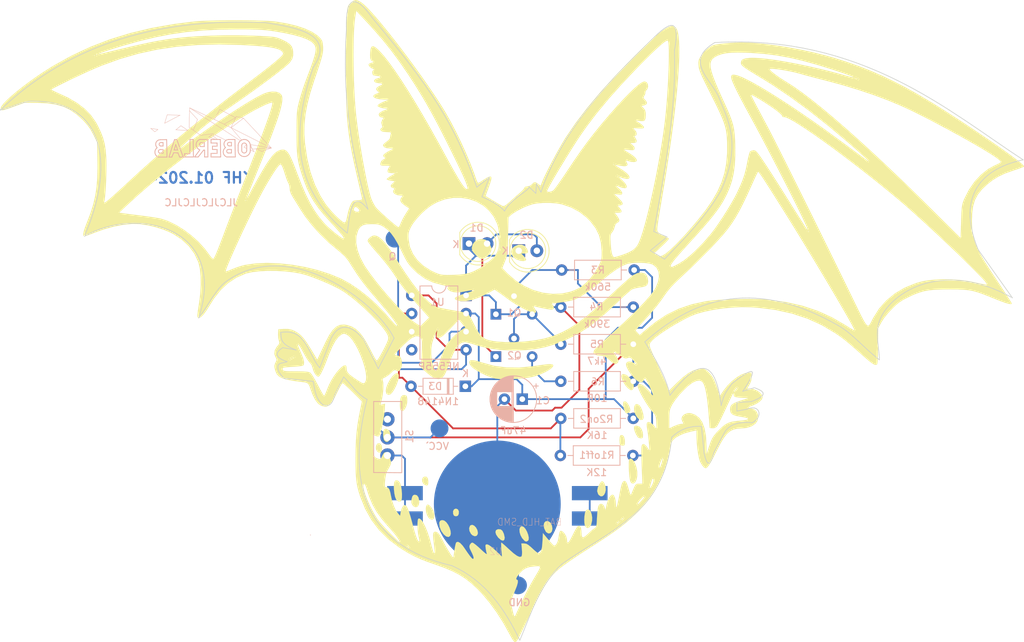
<source format=kicad_pcb>
(kicad_pcb (version 20221018) (generator pcbnew)
  (layers (0 "F.Cu" signal) (31 "B.Cu" signal) (34 "B.Paste" user) (35 "F.Paste" user) (36 "B.SilkS" user "B.Silkscreen") (37 "F.SilkS" user "F.Silkscreen") (38 "B.Mask" user) (39 "F.Mask" user) (44 "Edge.Cuts" user))
  (net 0 "")
  (net 1 "Net-(D3-K)")
  (net 2 "Net-(D1-K)")
  (net 3 "Net-(D1-A)")
  (net 4 "Net-(D3-A)")
  (net 5 "Net-(Q1-B)")
  (net 6 "Net-(Q1-C)")
  (net 7 "Net-(Q2-C)")
  (net 8 "Net-(S1-E)")
  (net 9 "Net-(S1-A-Pad1)")
  (net 11 "unconnected-(U1-Q-Pad3)")
  (footprint "!Goody:TO-92L_Wide" (layer "F.Cu") (at 88.1 71.1)
    (fp_text reference "Q1")
    (fp_text value "Q_NPN_EBC")
  )
  (footprint "LED_THT:LED_D5.0mm" (layer "F.Cu") (at 84.325 61.2)
    (fp_text reference "D1")
    (fp_text value "LED")
  )
  (footprint "!Goody:TO-92L_Wide" (layer "F.Cu") (at 88.1 77.042385)
    (fp_text reference "Q2")
    (fp_text value "Q_NPN_EBC")
  )
  (footprint "LOGO" (layer "F.Cu") (at 93.614 75.546)
    (fp_text reference "G***" hide)
    (fp_text value "LOGO" hide)
  )
  (footprint "!Goody:ob-logo_B.SilkS" (layer "F.Cu") (at 53.5 63)
    (fp_text reference "G***" hide)
    (fp_text value "LOGO" hide)
  )
  (footprint "LED_THT:LED_D5.0mm" (layer "F.Cu") (at 91.3 62.2)
    (fp_text reference "D2")
    (fp_text value "LED")
  )
  (footprint "!Goody:Micro_SchalterKHF" (layer "B.Cu") (at 72.9 90.9 90)
    (fp_text reference "S1")
    (fp_text value "Micro_Schalter")
  )
  (footprint "Diode_THT:D_DO-35_SOD27_P7.62mm_Horizontal" (layer "B.Cu") (at 83.82 81.2 180)
    (fp_text reference "D3")
    (fp_text value "1N4148")
  )
  (footprint "!Goody:BAT-HLD-SMD-Blech" (layer "B.Cu") (at 88.3 97.7 180)
    (fp_text reference "U2")
    (fp_text value "BAT_HLD_SMD")
  )
  (footprint "Resistor_THT:R_Axial_DIN0207_L6.3mm_D2.5mm_P10.16mm_Horizontal" (layer "B.Cu") (at 107.3 90.9 180)
    (fp_text reference "R1off1")
    (fp_text value "12K")
  )
  (footprint "Resistor_THT:R_Axial_DIN0207_L6.3mm_D2.5mm_P10.16mm_Horizontal" (layer "B.Cu") (at 107.48 64.9 180)
    (fp_text reference "R3")
    (fp_text value "560k")
  )
  (footprint "!Goody:LP_rund" (layer "B.Cu") (at 80.2 87.1 180)
    (fp_text reference "VCC`")
    (fp_text value "LP_rund")
  )
  (footprint "Package_DIP:DIP-8_W7.62mm" (layer "B.Cu") (at 83.92 68.46 180)
    (fp_text reference "U1")
    (fp_text value "NE555P")
  )
  (footprint "!Goody:LP_rund" (layer "B.Cu") (at 91.2 109.1 180)
    (fp_text reference "GND")
    (fp_text value "LP_rund")
  )
  (footprint "Resistor_THT:R_Axial_DIN0207_L6.3mm_D2.5mm_P10.16mm_Horizontal" (layer "B.Cu") (at 107.36 75.3 180)
    (fp_text reference "R5")
    (fp_text value "4k7")
  )
  (footprint "Resistor_THT:R_Axial_DIN0207_L6.3mm_D2.5mm_P10.16mm_Horizontal" (layer "B.Cu") (at 107.36 85.7 180)
    (fp_text reference "R2on2")
    (fp_text value "16K")
  )
  (footprint "Capacitor_THT:CP_Radial_D6.3mm_P2.50mm" (layer "B.Cu") (at 91.8 83 180)
    (fp_text reference "C1")
    (fp_text value "47uF")
  )
  (footprint "Resistor_THT:R_Axial_DIN0207_L6.3mm_D2.5mm_P10.16mm_Horizontal" (layer "B.Cu") (at 107.36 70.1 180)
    (fp_text reference "R4")
    (fp_text value "390k")
  )
  (footprint "!Goody:LP_rund" (layer "B.Cu") (at 73.9 60.5 180)
    (fp_text reference "Q")
    (fp_text value "LP_rund")
  )
  (footprint "Resistor_THT:R_Axial_DIN0207_L6.3mm_D2.5mm_P10.16mm_Horizontal" (layer "B.Cu") (at 107.36 80.5 180)
    (fp_text reference "R6")
    (fp_text value "10R")
  )
  (gr_line (start 26.6397 41.638) (end 26.2437 41.541) (stroke (width 0.1)) (layer "Edge.Cuts"))
  (gr_line (start 31.0013 44.4644) (end 30.7984 44.2043) (stroke (width 0.1)) (layer "Edge.Cuts"))
  (gr_line (start 158.777 67.928) (end 157.937 67.5692) (stroke (width 0.1)) (layer "Edge.Cuts"))
  (gr_line (start 117.663 78.807) (end 117.867 78.918) (stroke (width 0.1)) (layer "Edge.Cuts"))
  (gr_line (start 85.8497 108.855) (end 85.1564 108.282) (stroke (width 0.1)) (layer "Edge.Cuts"))
  (gr_line (start 122.713 68.826) (end 121.833 68.8759) (stroke (width 0.1)) (layer "Edge.Cuts"))
  (gr_line (start 123.683 80.316) (end 123.426 80.768) (stroke (width 0.1)) (layer "Edge.Cuts"))
  (gr_line (start 117.147 34.435) (end 117.322 34.1987) (stroke (width 0.1)) (layer "Edge.Cuts"))
  (gr_line (start 155.056 60.2109) (end 155.244 60.8124) (stroke (width 0.1)) (layer "Edge.Cuts"))
  (gr_line (start 60.4844 74.1616) (end 60.6639 74.3096) (stroke (width 0.1)) (layer "Edge.Cuts"))
  (gr_line (start 141.979 71.7292) (end 141.825 72.1436) (stroke (width 0.1)) (layer "Edge.Cuts"))
  (gr_line (start 68.6396 27.3834) (end 68.789 27.4574) (stroke (width 0.1)) (layer "Edge.Cuts"))
  (gr_line (start 73.8325 74.4514) (end 73.562 73.9476) (stroke (width 0.1)) (layer "Edge.Cuts"))
  (gr_line (start 116.76 78.719) (end 116.999 78.689) (stroke (width 0.1)) (layer "Edge.Cuts"))
  (gr_line (start 59.4021 73.6605) (end 59.6462 73.7249) (stroke (width 0.1)) (layer "Edge.Cuts"))
  (gr_line (start 25.8338 41.4567) (end 25.41 41.3855) (stroke (width 0.1)) (layer "Edge.Cuts"))
  (gr_line (start 124.314 86.131) (end 124.029 86.308) (stroke (width 0.1)) (layer "Edge.Cuts"))
  (gr_line (start 141.85 77.149) (end 141.854 77.489) (stroke (width 0.1)) (layer "Edge.Cuts"))
  (gr_line (start 110.039 76.732) (end 110.554 77.624) (stroke (width 0.1)) (layer "Edge.Cuts"))
  (gr_line (start 133.782 71.4654) (end 132.665 70.9512) (stroke (width 0.1)) (layer "Edge.Cuts"))
  (gr_line (start 49.5421 67.1808) (end 49.3041 67.4504) (stroke (width 0.1)) (layer "Edge.Cuts"))
  (gr_line (start 120.628 87.069) (end 120.46 87.235) (stroke (width 0.1)) (layer "Edge.Cuts"))
  (gr_line (start 118.323 91.496) (end 118.219 91.704) (stroke (width 0.1)) (layer "Edge.Cuts"))
  (gr_line (start 69.2676 27.8007) (end 69.6096 28.1242) (stroke (width 0.1)) (layer "Edge.Cuts"))
  (gr_line (start 162.012 49.4588) (end 161.403 49.5976) (stroke (width 0.1)) (layer "Edge.Cuts"))
  (gr_line (start 32.094 46.5243) (end 31.839 45.8956) (stroke (width 0.1)) (layer "Edge.Cuts"))
  (gr_line (start 71.8743 100.679) (end 71.3814 100.01) (stroke (width 0.1)) (layer "Edge.Cuts"))
  (gr_line (start 39.0335 58.4354) (end 38.2343 58.3665) (stroke (width 0.1)) (layer "Edge.Cuts"))
  (gr_line (start 118.749 80.035) (end 118.898 80.375) (stroke (width 0.1)) (layer "Edge.Cuts"))
  (gr_line (start 97.38 106.089) (end 96.806 106.657) (stroke (width 0.1)) (layer "Edge.Cuts"))
  (gr_line (start 124.053 79.401) (end 123.996 79.633) (stroke (width 0.1)) (layer "Edge.Cuts"))
  (gr_line (start 67.2413 28.8855) (end 67.3487 28.3466) (stroke (width 0.1)) (layer "Edge.Cuts"))
  (gr_line (start 26.2437 41.541) (end 25.8338 41.4567) (stroke (width 0.1)) (layer "Edge.Cuts"))
  (gr_line (start 111.042 78.533) (end 111.491 79.464) (stroke (width 0.1)) (layer "Edge.Cuts"))
  (gr_line (start 65.1345 83.414) (end 65.0488 83.535) (stroke (width 0.1)) (layer "Edge.Cuts"))
  (gr_line (start 57.4513 76.809) (end 57.4413 76.685) (stroke (width 0.1)) (layer "Edge.Cuts"))
  (gr_line (start 156.688 51.9373) (end 156.36 52.2638) (stroke (width 0.1)) (layer "Edge.Cuts"))
  (gr_line (start 111.197 94.288) (end 110.84 94.984) (stroke (width 0.1)) (layer "Edge.Cuts"))
  (gr_line (start 69.0978 88.157) (end 69.2229 87.163) (stroke (width 0.1)) (layer "Edge.Cuts"))
  (gr_line (start 100.948 42.287) (end 101.977 41.0095) (stroke (width 0.1)) (layer "Edge.Cuts"))
  (gr_line (start 63.3721 83.29) (end 63.2445 83.102) (stroke (width 0.1)) (layer "Edge.Cuts"))
  (gr_line (start 120.708 44.2386) (end 120.491 43.5589) (stroke (width 0.1)) (layer "Edge.Cuts"))
  (gr_line (start 62.8781 82.288) (end 62.7575 81.854) (stroke (width 0.1)) (layer "Edge.Cuts"))
  (gr_line (start 69.0959 93.752) (end 69.0019 92.867) (stroke (width 0.1)) (layer "Edge.Cuts"))
  (gr_line (start 123.099 81.296) (end 122.702 81.9) (stroke (width 0.1)) (layer "Edge.Cuts"))
  (gr_line (start 119.676 53.7415) (end 119.946 53.1163) (stroke (width 0.1)) (layer "Edge.Cuts"))
  (gr_line (start 154.772 59.0507) (end 154.899 59.6236) (stroke (width 0.1)) (layer "Edge.Cuts"))
  (gr_line (start 68.6142 73.6694) (end 68.8423 73.868) (stroke (width 0.1)) (layer "Edge.Cuts"))
  (gr_line (start 121.188 80.829) (end 122.238 80.023) (stroke (width 0.1)) (layer "Edge.Cuts"))
  (gr_line (start 113.003 30.6939) (end 113.089 30.7666) (stroke (width 0.1)) (layer "Edge.Cuts"))
  (gr_line (start 19.2751 42.2966) (end 18.6421 42.4686) (stroke (width 0.1)) (layer "Edge.Cuts"))
  (gr_line (start 57.9395 79.535) (end 57.6788 79.155) (stroke (width 0.1)) (layer "Edge.Cuts"))
  (gr_line (start 112.375 81.936) (end 112.5 82.462) (stroke (width 0.1)) (layer "Edge.Cuts"))
  (gr_line (start 67.0207 37.6927) (end 66.9961 36.1204) (stroke (width 0.1)) (layer "Edge.Cuts"))
  (gr_line (start 63.252 33.1407) (end 63.3493 33.3982) (stroke (width 0.1)) (layer "Edge.Cuts"))
  (gr_line (start 150.477 41.7413) (end 151.627 42.4648) (stroke (width 0.1)) (layer "Edge.Cuts"))
  (gr_line (start 85.4187 53.3005) (end 87.1848 51.9049) (stroke (width 0.1)) (layer "Edge.Cuts"))
  (gr_line (start 117.534 33.9624) (end 117.785 33.7261) (stroke (width 0.1)) (layer "Edge.Cuts"))
  (gr_line (start 156.303 66.9971) (end 155.509 66.7802) (stroke (width 0.1)) (layer "Edge.Cuts"))
  (gr_line (start 88.9219 56.2473) (end 89.3197 56.6356) (stroke (width 0.1)) (layer "Edge.Cuts"))
  (gr_line (start 37.426 58.3444) (end 36.6128 58.3685) (stroke (width 0.1)) (layer "Edge.Cuts"))
  (gr_line (start 125.55 82.335) (end 125.475 82.475) (stroke (width 0.1)) (layer "Edge.Cuts"))
  (gr_line (start 112.682 72.1244) (end 112.027 72.5617) (stroke (width 0.1)) (layer "Edge.Cuts"))
  (gr_line (start 155.462 61.428) (end 155.712 62.0576) (stroke (width 0.1)) (layer "Edge.Cuts"))
  (gr_line (start 37.827 31.8699) (end 39.0297 31.5754) (stroke (width 0.1)) (layer "Edge.Cuts"))
  (gr_line (start 125.185 81.773) (end 125.329 81.869) (stroke (width 0.1)) (layer "Edge.Cuts"))
  (gr_line (start 67.0577 32.9062) (end 67.1441 31.2561) (stroke (width 0.1)) (layer "Edge.Cuts"))
  (gr_line (start 67.5633 73.0424) (end 67.7615 73.1216) (stroke (width 0.1)) (layer "Edge.Cuts"))
  (gr_line (start 124.981 84.91) (end 124.985 85.107) (stroke (width 0.1)) (layer "Edge.Cuts"))
  (gr_line (start 55.9611 64.3851) (end 55.5115 64.4343) (stroke (width 0.1)) (layer "Edge.Cuts"))
  (gr_line (start 112.424 30.6603) (end 112.559 30.6256) (stroke (width 0.1)) (layer "Edge.Cuts"))
  (gr_line (start 47.2377 66.3277) (end 47.1995 65.8764) (stroke (width 0.1)) (layer "Edge.Cuts"))
  (gr_line (start 69.5438 82.73) (end 69.0918 82.379) (stroke (width 0.1)) (layer "Edge.Cuts"))
  (gr_line (start 154.675 58.4923) (end 154.772 59.0507) (stroke (width 0.1)) (layer "Edge.Cuts"))
  (gr_line (start 63.1221 32.8988) (end 63.252 33.1407) (stroke (width 0.1)) (layer "Edge.Cuts"))
  (gr_line (start 60.7584 48.6529) (end 60.87 49.4057) (stroke (width 0.1)) (layer "Edge.Cuts"))
  (gr_line (start 119.684 83.903) (end 119.835 83.297) (stroke (width 0.1)) (layer "Edge.Cuts"))
  (gr_line (start 32.5077 53.2768) (end 32.6174 52.4519) (stroke (width 0.1)) (layer "Edge.Cuts"))
  (gr_line (start 69.8841 97.072) (end 69.6232 96.276) (stroke (width 0.1)) (layer "Edge.Cuts"))
  (gr_line (start 62.7915 54.6716) (end 63.1473 55.2449) (stroke (width 0.1)) (layer "Edge.Cuts"))
  (gr_line (start 67.0041 72.9304) (end 67.1846 72.9476) (stroke (width 0.1)) (layer "Edge.Cuts"))
  (gr_line (start 84.2687 50.1755) (end 84.8523 51.7026) (stroke (width 0.1)) (layer "Edge.Cuts"))
  (gr_line (start 125.282 33.04) (end 126.164 33.1072) (stroke (width 0.1)) (layer "Edge.Cuts"))
  (gr_line (start 59.215 30.8657) (end 60.0124 31.0738) (stroke (width 0.1)) (layer "Edge.Cuts"))
  (gr_line (start 123.996 79.633) (end 123.873 79.938) (stroke (width 0.1)) (layer "Edge.Cuts"))
  (gr_line (start 116.758 35.6165) (end 116.777 35.3802) (stroke (width 0.1)) (layer "Edge.Cuts"))
  (gr_line (start 70.8926 70.6606) (end 70.2955 70.1013) (stroke (width 0.1)) (layer "Edge.Cuts"))
  (gr_line (start 64.9118 74.7014) (end 65.0924 74.3257) (stroke (width 0.1)) (layer "Edge.Cuts"))
  (gr_line (start 64.0415 83.858) (end 63.8687 83.805) (stroke (width 0.1)) (layer "Edge.Cuts"))
  (gr_line (start 70.3395 28.9743) (end 70.7233 29.4904) (stroke (width 0.1)) (layer "Edge.Cuts"))
  (gr_line (start 112.087 60.2606) (end 109.731 62.1829) (stroke (width 0.1)) (layer "Edge.Cuts"))
  (gr_line (start 117.23 78.693) (end 117.451 78.732) (stroke (width 0.1)) (layer "Edge.Cuts"))
  (gr_line (start 123.901 83.347) (end 121.882 83.471) (stroke (width 0.1)) (layer "Edge.Cuts"))
  (gr_line (start 113.089 30.7666) (end 113.165 30.8631) (stroke (width 0.1)) (layer "Edge.Cuts"))
  (gr_line (start 153.23 66.3852) (end 152.506 66.3328) (stroke (width 0.1)) (layer "Edge.Cuts"))
  (gr_line (start 57.5729 77.052) (end 57.4948 76.931) (stroke (width 0.1)) (layer "Edge.Cuts"))
  (gr_line (start 80.0474 41.8242) (end 80.8683 43.1795) (stroke (width 0.1)) (layer "Edge.Cuts"))
  (gr_line (start 146.37 67.5326) (end 145.878 67.7859) (stroke (width 0.1)) (layer "Edge.Cuts"))
  (gr_line (start 48.8461 68.0398) (end 48.4003 68.6866) (stroke (width 0.1)) (layer "Edge.Cuts"))
  (gr_line (start 32.7258 50.8467) (end 32.7228 50.0703) (stroke (width 0.1)) (layer "Edge.Cuts"))
  (gr_line (start 90.2083 114.405) (end 89.7563 113.636) (stroke (width 0.1)) (layer "Edge.Cuts"))
  (gr_line (start 117.853 91.97) (end 117.771 91.914) (stroke (width 0.1)) (layer "Edge.Cuts"))
  (gr_line (start 141.829 76.801) (end 141.85 77.149) (stroke (width 0.1)) (layer "Edge.Cuts"))
  (gr_line (start 46.4228 63.1016) (end 46.2453 62.7593) (stroke (width 0.1)) (layer "Edge.Cuts"))
  (gr_line (start 63.0358 82.706) (end 62.8781 82.288) (stroke (width 0.1)) (layer "Edge.Cuts"))
  (gr_line (start 112.069 80.919) (end 112.231 81.422) (stroke (width 0.1)) (layer "Edge.Cuts"))
  (gr_line (start 136.834 73.154) (end 136.468 72.9111) (stroke (width 0.1)) (layer "Edge.Cuts"))
  (gr_line (start 24.0537 41.2521) (end 23.0775 41.2325) (stroke (width 0.1)) (layer "Edge.Cuts"))
  (gr_line (start 117.548 91.516) (end 117.413 91.097) (stroke (width 0.1)) (layer "Edge.Cuts"))
  (gr_line (start 66.0172 66.9929) (end 65.2104 66.5487) (stroke (width 0.1)) (layer "Edge.Cuts"))
  (gr_line (start 57.4638 76.56) (end 57.5176 76.434) (stroke (width 0.1)) (layer "Edge.Cuts"))
  (gr_line (start 61.6813 75.646) (end 61.9216 76.088) (stroke (width 0.1)) (layer "Edge.Cuts"))
  (gr_line (start 93.821 111.144) (end 93.4976 111.837) (stroke (width 0.1)) (layer "Edge.Cuts"))
  (gr_line (start 124.935 84.727) (end 124.981 84.91) (stroke (width 0.1)) (layer "Edge.Cuts"))
  (gr_line (start 70.1894 97.844) (end 69.8841 97.072) (stroke (width 0.1)) (layer "Edge.Cuts"))
  (gr_line (start 41.4739 31.0719) (end 42.7149 30.8622) (stroke (width 0.1)) (layer "Edge.Cuts"))
  (gr_line (start 112.685 30.6108) (end 112.801 30.6168) (stroke (width 0.1)) (layer "Edge.Cuts"))
  (gr_line (start 131.571 70.4972) (end 130.5 70.1016) (stroke (width 0.1)) (layer "Edge.Cuts"))
  (gr_line (start 62.3097 32.0736) (end 62.5534 32.2599) (stroke (width 0.1)) (layer "Edge.Cuts"))
  (gr_line (start 111.818 92.788) (end 111.524 93.556) (stroke (width 0.1)) (layer "Edge.Cuts"))
  (gr_line (start 111.698 79.94) (end 111.891 80.425) (stroke (width 0.1)) (layer "Edge.Cuts"))
  (gr_line (start 93.4976 111.837) (end 93.1898 112.538) (stroke (width 0.1)) (layer "Edge.Cuts"))
  (gr_line (start 64.2028 83.889) (end 64.0415 83.858) (stroke (width 0.1)) (layer "Edge.Cuts"))
  (gr_line (start 123.643 86.281) (end 123.277 86.27) (stroke (width 0.1)) (layer "Edge.Cuts"))
  (gr_line (start 114.841 79.852) (end 115.142 79.595) (stroke (width 0.1)) (layer "Edge.Cuts"))
  (gr_line (start 90.23 55.4338) (end 90.5111 55.1736) (stroke (width 0.1)) (layer "Edge.Cuts"))
  (gr_line (start 33.3928 58.9166) (end 32.6165 59.164) (stroke (width 0.1)) (layer "Edge.Cuts"))
  (gr_line (start 155.315 53.7316) (end 155.123 54.1385) (stroke (width 0.1)) (layer "Edge.Cuts"))
  (gr_line (start 67.5369 80.721) (end 67.1597 80.295) (stroke (width 0.1)) (layer "Edge.Cuts"))
  (gr_line (start 42.0578 59.1892) (end 41.3358 58.9279) (stroke (width 0.1)) (layer "Edge.Cuts"))
  (gr_line (start 119.306 69.2615) (end 118.501 69.4627) (stroke (width 0.1)) (layer "Edge.Cuts"))
  (gr_line (start 45.8455 62.1147) (end 45.6242 61.8123) (stroke (width 0.1)) (layer "Edge.Cuts"))
  (gr_line (start 53.2909 64.9468) (end 52.8544 65.1056) (stroke (width 0.1)) (layer "Edge.Cuts"))
  (gr_line (start 112.353 46.7666) (end 112.131 48.3547) (stroke (width 0.1)) (layer "Edge.Cuts"))
  (gr_line (start 120.781 81.409) (end 121.188 80.829) (stroke (width 0.1)) (layer "Edge.Cuts"))
  (gr_line (start 126.164 33.1072) (end 127.034 33.1892) (stroke (width 0.1)) (layer "Edge.Cuts"))
  (gr_line (start 69.6232 96.276) (end 69.4055 95.457) (stroke (width 0.1)) (layer "Edge.Cuts"))
  (gr_line (start 120.396 51.9217) (end 120.579 51.3513) (stroke (width 0.1)) (layer "Edge.Cuts"))
  (gr_line (start 124.724 84.427) (end 124.848 84.565) (stroke (width 0.1)) (layer "Edge.Cuts"))
  (gr_line (start 70.54 98.592) (end 70.1894 97.844) (stroke (width 0.1)) (layer "Edge.Cuts"))
  (gr_line (start 117.451 78.732) (end 117.663 78.807) (stroke (width 0.1)) (layer "Edge.Cuts"))
  (gr_line (start 141.632 72.9645) (end 141.584 73.3703) (stroke (width 0.1)) (layer "Edge.Cuts"))
  (gr_line (start 67.3709 72.9847) (end 67.5633 73.0424) (stroke (width 0.1)) (layer "Edge.Cuts"))
  (gr_line (start 69.5629 74.6251) (end 71.615 78.729) (stroke (width 0.1)) (layer "Edge.Cuts"))
  (gr_line (start 112.131 48.3547) (end 111.89 49.9444) (stroke (width 0.1)) (layer "Edge.Cuts"))
  (gr_line (start 146.87 39.6295) (end 148.099 40.3206) (stroke (width 0.1)) (layer "Edge.Cuts"))
  (gr_line (start 60.9082 42.6995) (end 60.781 43.6278) (stroke (width 0.1)) (layer "Edge.Cuts"))
  (gr_line (start 118.433 91.223) (end 118.323 91.496) (stroke (width 0.1)) (layer "Edge.Cuts"))
  (gr_line (start 57.6017 76.306) (end 57.715 76.177) (stroke (width 0.1)) (layer "Edge.Cuts"))
  (gr_line (start 58.8294 80.11) (end 58.7441 80.141) (stroke (width 0.1)) (layer "Edge.Cuts"))
  (gr_line (start 112.732 43.5966) (end 112.555 45.1805) (stroke (width 0.1)) (layer "Edge.Cuts"))
  (gr_line (start 124.535 68.8552) (end 123.614 68.8185) (stroke (width 0.1)) (layer "Edge.Cuts"))
  (gr_line (start 114.533 80.139) (end 114.841 79.852) (stroke (width 0.1)) (layer "Edge.Cuts"))
  (gr_line (start 54.6168 64.5847) (end 54.1724 64.6868) (stroke (width 0.1)) (layer "Edge.Cuts"))
  (gr_line (start 92.605 113.954) (end 92.0376 115.379) (stroke (width 0.1)) (layer "Edge.Cuts"))
  (gr_line (start 69.9676 28.5171) (end 70.3395 28.9743) (stroke (width 0.1)) (layer "Edge.Cuts"))
  (gr_line (start 89.2826 112.884) (end 88.7849 112.152) (stroke (width 0.1)) (layer "Edge.Cuts"))
  (gr_line (start 112.303 91.133) (end 112.078 91.981) (stroke (width 0.1)) (layer "Edge.Cuts"))
  (gr_line (start 115.458 70.5837) (end 114.74 70.934) (stroke (width 0.1)) (layer "Edge.Cuts"))
  (gr_line (start 140.247 76.136) (end 138.862 74.847) (stroke (width 0.1)) (layer "Edge.Cuts"))
  (gr_line (start 92.7394 53.2479) (end 93.699 54.1562) (stroke (width 0.1)) (layer "Edge.Cuts"))
  (gr_line (start 62.0416 31.8995) (end 62.3097 32.0736) (stroke (width 0.1)) (layer "Edge.Cuts"))
  (gr_line (start 62.4594 54.081) (end 62.7915 54.6716) (stroke (width 0.1)) (layer "Edge.Cuts"))
  (gr_line (start 110.227 59.5024) (end 112.087 60.2606) (stroke (width 0.1)) (layer "Edge.Cuts"))
  (gr_line (start 124.985 85.107) (end 124.945 85.313) (stroke (width 0.1)) (layer "Edge.Cuts"))
  (gr_line (start 46.9913 70.8565) (end 46.4498 71.6182) (stroke (width 0.1)) (layer "Edge.Cuts"))
  (gr_line (start 63.8687 83.805) (end 63.6825 83.642) (stroke (width 0.1)) (layer "Edge.Cuts"))
  (gr_line (start 27.7459 42.0032) (end 27.3907 41.8694) (stroke (width 0.1)) (layer "Edge.Cuts"))
  (gr_line (start 145.878 67.7859) (end 145.411 68.0564) (stroke (width 0.1)) (layer "Edge.Cuts"))
  (gr_line (start 61.184 50.8444) (end 61.3848 51.5316) (stroke (width 0.1)) (layer "Edge.Cuts"))
  (gr_line (start 98.583 105.258) (end 97.38 106.089) (stroke (width 0.1)) (layer "Edge.Cuts"))
  (gr_line (start 67.1701 29.5466) (end 67.2413 28.8855) (stroke (width 0.1)) (layer "Edge.Cuts"))
  (gr_line (start 103.042 39.7589) (end 104.138 38.5309) (stroke (width 0.1)) (layer "Edge.Cuts"))
  (gr_line (start 111.968 30.8764) (end 112.281 30.7141) (stroke (width 0.1)) (layer "Edge.Cuts"))
  (gr_line (start 78.2139 39.0614) (end 79.1647 40.4555) (stroke (width 0.1)) (layer "Edge.Cuts"))
  (gr_line (start 89.5023 56.3103) (end 89.7192 56.0018) (stroke (width 0.1)) (layer "Edge.Cuts"))
  (gr_line (start 58.3845 75.1469) (end 58.2582 74.9949) (stroke (width 0.1)) (layer "Edge.Cuts"))
  (gr_line (start 113.912 61.1211) (end 114.978 59.9752) (stroke (width 0.1)) (layer "Edge.Cuts"))
  (gr_line (start 60.6307 47.0773) (end 60.6784 47.877) (stroke (width 0.1)) (layer "Edge.Cuts"))
  (gr_line (start 25.515 37.1005) (end 26.5608 36.4678) (stroke (width 0.1)) (layer "Edge.Cuts"))
  (gr_line (start 123.377 79.288) (end 123.637 79.174) (stroke (width 0.1)) (layer "Edge.Cuts"))
  (gr_line (start 58.3535 80.031) (end 58.2105 79.894) (stroke (width 0.1)) (layer "Edge.Cuts"))
  (gr_line (start 62.7602 36.0996) (end 62.4911 36.5276) (stroke (width 0.1)) (layer "Edge.Cuts"))
  (gr_line (start 69.7392 55.8937) (end 69.9469 56.1196) (stroke (width 0.1)) (layer "Edge.Cuts"))
  (gr_line (start 119.6 83.272) (end 119.684 83.903) (stroke (width 0.1)) (layer "Edge.Cuts"))
  (gr_line (start 115.169 86.965) (end 114.901 87.039) (stroke (width 0.1)) (layer "Edge.Cuts"))
  (gr_line (start 114.038 71.3088) (end 113.352 71.7062) (stroke (width 0.1)) (layer "Edge.Cuts"))
  (gr_line (start 22.824 41.2438) (end 22.57 41.272) (stroke (width 0.1)) (layer "Edge.Cuts"))
  (gr_line (start 87.1848 51.9049) (end 86.1374 54.64) (stroke (width 0.1)) (layer "Edge.Cuts"))
  (gr_line (start 63.1473 55.2449) (end 63.5258 55.8015) (stroke (width 0.1)) (layer "Edge.Cuts"))
  (gr_line (start 32.4719 47.8678) (end 32.3046 47.1823) (stroke (width 0.1)) (layer "Edge.Cuts"))
  (gr_line (start 77.1886 37.6299) (end 78.2139 39.0614) (stroke (width 0.1)) (layer "Edge.Cuts"))
  (gr_line (start 144.325 38.3009) (end 145.612 38.9553) (stroke (width 0.1)) (layer "Edge.Cuts"))
  (gr_line (start 70.937 99.314) (end 70.54 98.592) (stroke (width 0.1)) (layer "Edge.Cuts"))
  (gr_line (start 117.005 36.798) (end 116.916 36.5617) (stroke (width 0.1)) (layer "Edge.Cuts"))
  (gr_line (start 90.8006 54.9287) (end 91.3791 54.4838) (stroke (width 0.1)) (layer "Edge.Cuts"))
  (gr_line (start 112.749 88.326) (end 112.641 89.307) (stroke (width 0.1)) (layer "Edge.Cuts"))
  (gr_line (start 111.365 53.1277) (end 110.803 56.3144) (stroke (width 0.1)) (layer "Edge.Cuts"))
  (gr_line (start 68.2912 68.4731) (end 67.56 67.9586) (stroke (width 0.1)) (layer "Edge.Cuts"))
  (gr_line (start 67.9803 27.3463) (end 68.0997 27.3071) (stroke (width 0.1)) (layer "Edge.Cuts"))
  (gr_line (start 54.4144 30.1755) (end 55.7694 30.2261) (stroke (width 0.1)) (layer "Edge.Cuts"))
  (gr_line (start 125.475 82.475) (end 125.331 82.626) (stroke (width 0.1)) (layer "Edge.Cuts"))
  (gr_line (start 124.728 85.734) (end 124.546 85.938) (stroke (width 0.1)) (layer "Edge.Cuts"))
  (gr_line (start 58.3503 77.886) (end 58.6064 77.833) (stroke (width 0.1)) (layer "Edge.Cuts"))
  (gr_line (start 88.1263 55.635) (end 88.5241 55.9168) (stroke (width 0.1)) (layer "Edge.Cuts"))
  (gr_line (start 96.806 106.657) (end 96.277 107.247) (stroke (width 0.1)) (layer "Edge.Cuts"))
  (gr_line (start 144.968 68.3422) (end 144.55 68.6416) (stroke (width 0.1)) (layer "Edge.Cuts"))
  (gr_line (start 59.3069 75.776) (end 59.0036 75.615) (stroke (width 0.1)) (layer "Edge.Cuts"))
  (gr_line (start 115.433 79.369) (end 115.716 79.175) (stroke (width 0.1)) (layer "Edge.Cuts"))
  (gr_line (start 67.5302 57.7812) (end 67.6096 57.2925) (stroke (width 0.1)) (layer "Edge.Cuts"))
  (gr_line (start 117.714 69.6974) (end 116.945 69.9636) (stroke (width 0.1)) (layer "Edge.Cuts"))
  (gr_line (start 140.276 36.4877) (end 141.658 37.0641) (stroke (width 0.1)) (layer "Edge.Cuts"))
  (gr_line (start 64.3478 56.8669) (end 64.7895 57.3771) (stroke (width 0.1)) (layer "Edge.Cuts"))
  (gr_line (start 110.454 95.647) (end 110.041 96.279) (stroke (width 0.1)) (layer "Edge.Cuts"))
  (gr_line (start 105.366 100.872) (end 104.771 101.295) (stroke (width 0.1)) (layer "Edge.Cuts"))
  (gr_line (start 99.957 43.5956) (end 100.948 42.287) (stroke (width 0.1)) (layer "Edge.Cuts"))
  (gr_line (start 95.335 108.485) (end 94.916 109.129) (stroke (width 0.1)) (layer "Edge.Cuts"))
  (gr_line (start 96.277 107.247) (end 95.788 107.856) (stroke (width 0.1)) (layer "Edge.Cuts"))
  (gr_line (start 122.292 86.341) (end 122.001 86.397) (stroke (width 0.1)) (layer "Edge.Cuts"))
  (gr_line (start 28.0878 42.149) (end 27.7459 42.0032) (stroke (width 0.1)) (layer "Edge.Cuts"))
  (gr_line (start 121.16 48.2751) (end 121.182 47.8153) (stroke (width 0.1)) (layer "Edge.Cuts"))
  (gr_line (start 87.3307 55.1815) (end 87.7285 55.393) (stroke (width 0.1)) (layer "Edge.Cuts"))
  (gr_line (start 40.2454 31.3095) (end 41.4739 31.0719) (stroke (width 0.1)) (layer "Edge.Cuts"))
  (gr_line (start 112.641 89.307) (end 112.491 90.242) (stroke (width 0.1)) (layer "Edge.Cuts"))
  (gr_line (start 154.714 55.4528) (end 154.635 55.9217) (stroke (width 0.1)) (layer "Edge.Cuts"))
  (gr_line (start 28.6983 35.2995) (end 29.7894 34.7632) (stroke (width 0.1)) (layer "Edge.Cuts"))
  (gr_line (start 68.3806 55.3936) (end 68.4918 55.3322) (stroke (width 0.1)) (layer "Edge.Cuts"))
  (gr_line (start 127.894 33.2858) (end 128.742 33.3964) (stroke (width 0.1)) (layer "Edge.Cuts"))
  (gr_line (start 141.825 72.1436) (end 141.71 72.5555) (stroke (width 0.1)) (layer "Edge.Cuts"))
  (gr_line (start 61.8696 52.8449) (end 62.1518 53.4723) (stroke (width 0.1)) (layer "Edge.Cuts"))
  (gr_line (start 56.8636 64.3364) (end 56.4119 64.3526) (stroke (width 0.1)) (layer "Edge.Cuts"))
  (gr_line (start 31.86 59.4544) (end 31.1272 59.7873) (stroke (width 0.1)) (layer "Edge.Cuts"))
  (gr_line (start 63.1583 35.3079) (end 62.9821 35.6933) (stroke (width 0.1)) (layer "Edge.Cuts"))
  (gr_line (start 137.531 73.677) (end 137.187 73.4096) (stroke (width 0.1)) (layer "Edge.Cuts"))
  (gr_line (start 69.7864 82.889) (end 69.5438 82.73) (stroke (width 0.1)) (layer "Edge.Cuts"))
  (gr_line (start 67.6096 57.2925) (end 67.7021 56.8286) (stroke (width 0.1)) (layer "Edge.Cuts"))
  (gr_line (start 97.256 47.7522) (end 97.676 47.0323) (stroke (width 0.1)) (layer "Edge.Cuts"))
  (gr_line (start 104.771 101.295) (end 103.554 102.112) (stroke (width 0.1)) (layer "Edge.Cuts"))
  (gr_line (start 57.7682 64.3513) (end 57.3158 64.3362) (stroke (width 0.1)) (layer "Edge.Cuts"))
  (gr_line (start 124.403 83.148) (end 123.901 83.347) (stroke (width 0.1)) (layer "Edge.Cuts"))
  (gr_line (start 144.158 68.9528) (end 143.793 69.274) (stroke (width 0.1)) (layer "Edge.Cuts"))
  (gr_line (start 60.87 49.4057) (end 61.0121 50.136) (stroke (width 0.1)) (layer "Edge.Cuts"))
  (gr_line (start 124.86 85.524) (end 124.728 85.734) (stroke (width 0.1)) (layer "Edge.Cuts"))
  (gr_line (start 117.322 34.1987) (end 117.534 33.9624) (stroke (width 0.1)) (layer "Edge.Cuts"))
  (gr_line (start 52.4212 65.2842) (end 51.9915 65.4831) (stroke (width 0.1)) (layer "Edge.Cuts"))
  (gr_line (start 67.1804 40.7889) (end 67.0822 39.2475) (stroke (width 0.1)) (layer "Edge.Cuts"))
  (gr_line (start 107.583 34.939) (end 109.972 32.578) (stroke (width 0.1)) (layer "Edge.Cuts"))
  (gr_line (start 31.839 45.8956) (end 31.5386 45.2982) (stroke (width 0.1)) (layer "Edge.Cuts"))
  (gr_line (start 116.777 35.3802) (end 116.824 35.1439) (stroke (width 0.1)) (layer "Edge.Cuts"))
  (gr_line (start 125.109 82.788) (end 124.803 82.962) (stroke (width 0.1)) (layer "Edge.Cuts"))
  (gr_line (start 117.413 91.097) (end 117.285 90.593) (stroke (width 0.1)) (layer "Edge.Cuts"))
  (gr_line (start 115.99 79.012) (end 116.256 78.881) (stroke (width 0.1)) (layer "Edge.Cuts"))
  (gr_line (start 47.1879 68.273) (end 47.2317 67.7656) (stroke (width 0.1)) (layer "Edge.Cuts"))
  (gr_line (start 116.824 35.1439) (end 116.9 34.9076) (stroke (width 0.1)) (layer "Edge.Cuts"))
  (gr_line (start 99.01 44.9399) (end 99.957 43.5956) (stroke (width 0.1)) (layer "Edge.Cuts"))
  (gr_line (start 73.2377 73.4254) (end 72.862 72.8884) (stroke (width 0.1)) (layer "Edge.Cuts"))
  (gr_line (start 107.081 99.521) (end 106.523 99.987) (stroke (width 0.1)) (layer "Edge.Cuts"))
  (gr_line (start 19.8766 42.1018) (end 19.2751 42.2966) (stroke (width 0.1)) (layer "Edge.Cuts"))
  (gr_line (start 58.8295 77.744) (end 58.5208 77.633) (stroke (width 0.1)) (layer "Edge.Cuts"))
  (gr_line (start 121.642 32.9273) (end 122.569 32.9313) (stroke (width 0.1)) (layer "Edge.Cuts"))
  (gr_line (start 63.3805 34.5974) (end 63.2906 34.9428) (stroke (width 0.1)) (layer "Edge.Cuts"))
  (gr_line (start 46.9717 64.6053) (end 46.8597 64.209) (stroke (width 0.1)) (layer "Edge.Cuts"))
  (gr_line (start 121.101 46.1093) (end 121.044 45.7136) (stroke (width 0.1)) (layer "Edge.Cuts"))
  (gr_line (start 142.602 70.6239) (end 142.375 70.9687) (stroke (width 0.1)) (layer "Edge.Cuts"))
  (gr_line (start 116.512 78.783) (end 116.76 78.719) (stroke (width 0.1)) (layer "Edge.Cuts"))
  (gr_line (start 48.4003 68.6866) (end 47.4873 70.1064) (stroke (width 0.1)) (layer "Edge.Cuts"))
  (gr_line (start 112.491 90.242) (end 112.303 91.133) (stroke (width 0.1)) (layer "Edge.Cuts"))
  (gr_line (start 124.546 85.938) (end 124.314 86.131) (stroke (width 0.1)) (layer "Edge.Cuts"))
  (gr_line (start 29.0346 42.6547) (end 28.732 42.4749) (stroke (width 0.1)) (layer "Edge.Cuts"))
  (gr_line (start 61.6136 52.1982) (end 61.8696 52.8449) (stroke (width 0.1)) (layer "Edge.Cuts"))
  (gr_line (start 64.7425 83.799) (end 64.6225 83.851) (stroke (width 0.1)) (layer "Edge.Cuts"))
  (gr_line (start 84.8523 51.7026) (end 85.4187 53.3005) (stroke (width 0.1)) (layer "Edge.Cuts"))
  (gr_line (start 32.5967 48.5789) (end 32.4719 47.8678) (stroke (width 0.1)) (layer "Edge.Cuts"))
  (gr_line (start 61.8027 65.1105) (end 60.9175 64.853) (stroke (width 0.1)) (layer "Edge.Cuts"))
  (gr_line (start 154.608 57.9485) (end 154.675 58.4923) (stroke (width 0.1)) (layer "Edge.Cuts"))
  (gr_line (start 22.4716 39.197) (end 23.4702 38.4648) (stroke (width 0.1)) (layer "Edge.Cuts"))
  (gr_line (start 153.859 43.923) (end 156.004 45.3758) (stroke (width 0.1)) (layer "Edge.Cuts"))
  (gr_line (start 64.6225 83.851) (end 64.4929 83.884) (stroke (width 0.1)) (layer "Edge.Cuts"))
  (gr_line (start 118.41 33.2535) (end 118.789 33.0172) (stroke (width 0.1)) (layer "Edge.Cuts"))
  (gr_line (start 44.6085 60.7333) (end 44.3246 60.4959) (stroke (width 0.1)) (layer "Edge.Cuts"))
  (gr_line (start 123.056 79.468) (end 123.377 79.288) (stroke (width 0.1)) (layer "Edge.Cuts"))
  (gr_line (start 66.6609 72.9525) (end 66.8296 72.9324) (stroke (width 0.1)) (layer "Edge.Cuts"))
  (gr_line (start 118.898 80.375) (end 119.038 80.754) (stroke (width 0.1)) (layer "Edge.Cuts"))
  (gr_line (start 113.347 32.5826) (end 113.265 33.3038) (stroke (width 0.1)) (layer "Edge.Cuts"))
  (gr_line (start 156.36 52.2638) (end 156.058 52.6065) (stroke (width 0.1)) (layer "Edge.Cuts"))
  (gr_line (start 67.3961 58.7819) (end 67.5302 57.7812) (stroke (width 0.1)) (layer "Edge.Cuts"))
  (gr_line (start 153.973 66.4761) (end 153.23 66.3852) (stroke (width 0.1)) (layer "Edge.Cuts"))
  (gr_line (start 60.781 43.6278) (end 60.6905 44.529) (stroke (width 0.1)) (layer "Edge.Cuts"))
  (gr_line (start 117.498 56.9948) (end 117.966 56.3703) (stroke (width 0.1)) (layer "Edge.Cuts"))
  (gr_line (start 22.57 41.272) (end 22.0581 41.3722) (stroke (width 0.1)) (layer "Edge.Cuts"))
  (gr_line (start 68.2778 55.4789) (end 68.3806 55.3936) (stroke (width 0.1)) (layer "Edge.Cuts"))
  (gr_line (start 58.5813 80.146) (end 58.5033 80.122) (stroke (width 0.1)) (layer "Edge.Cuts"))
  (gr_line (start 68.0997 27.3071) (end 68.2255 27.2919) (stroke (width 0.1)) (layer "Edge.Cuts"))
  (gr_line (start 62.6769 65.4122) (end 61.8027 65.1105) (stroke (width 0.1)) (layer "Edge.Cuts"))
  (gr_line (start 31.1921 44.7338) (end 31.0013 44.4644) (stroke (width 0.1)) (layer "Edge.Cuts"))
  (gr_line (start 58.7522 75.4565) (end 58.5475 75.3007) (stroke (width 0.1)) (layer "Edge.Cuts"))
  (gr_line (start 90.5111 55.1736) (end 90.8006 54.9287) (stroke (width 0.1)) (layer "Edge.Cuts"))
  (gr_line (start 61.3848 51.5316) (end 61.6136 52.1982) (stroke (width 0.1)) (layer "Edge.Cuts"))
  (gr_line (start 58.0891 77.933) (end 58.3503 77.886) (stroke (width 0.1)) (layer "Edge.Cuts"))
  (gr_line (start 58.2533 77.52) (end 58.0258 77.405) (stroke (width 0.1)) (layer "Edge.Cuts"))
  (gr_line (start 61.0121 50.136) (end 61.184 50.8444) (stroke (width 0.1)) (layer "Edge.Cuts"))
  (gr_line (start 124.343 81.391) (end 124.671 81.527) (stroke (width 0.1)) (layer "Edge.Cuts"))
  (gr_line (start 141.583 74.5632) (end 141.658 75.334) (stroke (width 0.1)) (layer "Edge.Cuts"))
  (gr_line (start 79.1647 40.4555) (end 80.0474 41.8242) (stroke (width 0.1)) (layer "Edge.Cuts"))
  (gr_line (start 161.403 49.5976) (end 160.818 49.754) (stroke (width 0.1)) (layer "Edge.Cuts"))
  (gr_line (start 157.833 51.0571) (end 157.425 51.3339) (stroke (width 0.1)) (layer "Edge.Cuts"))
  (gr_line (start 32.6904 51.6412) (end 32.7258 50.8467) (stroke (width 0.1)) (layer "Edge.Cuts"))
  (gr_line (start 116.764 35.8528) (end 116.758 35.6165) (stroke (width 0.1)) (layer "Edge.Cuts"))
  (gr_line (start 156.004 45.3758) (end 158.071 46.7989) (stroke (width 0.1)) (layer "Edge.Cuts"))
  (gr_line (start 60.9175 64.853) (end 60.0239 64.6434) (stroke (width 0.1)) (layer "Edge.Cuts"))
  (gr_line (start 62.3806 76.992) (end 62.6134 77.433) (stroke (width 0.1)) (layer "Edge.Cuts"))
  (gr_line (start 129.581 33.5207) (end 131.226 33.8089) (stroke (width 0.1)) (layer "Edge.Cuts"))
  (gr_line (start 42.7501 59.4998) (end 42.0578 59.1892) (stroke (width 0.1)) (layer "Edge.Cuts"))
  (gr_line (start 50.7265 66.2054) (end 50.3139 66.4895) (stroke (width 0.1)) (layer "Edge.Cuts"))
  (gr_line (start 115.716 79.175) (end 115.99 79.012) (stroke (width 0.1)) (layer "Edge.Cuts"))
  (gr_line (start 119.169 81.175) (end 119.29 81.636) (stroke (width 0.1)) (layer "Edge.Cuts"))
  (gr_line (start 58.073 79.724) (end 57.9395 79.535) (stroke (width 0.1)) (layer "Edge.Cuts"))
  (gr_line (start 51.5656 65.7026) (end 51.1438 65.9432) (stroke (width 0.1)) (layer "Edge.Cuts"))
  (gr_line (start 60.6905 44.529) (end 60.6359 45.4039) (stroke (width 0.1)) (layer "Edge.Cuts"))
  (gr_line (start 21.0032 41.6992) (end 19.8766 42.1018) (stroke (width 0.1)) (layer "Edge.Cuts"))
  (gr_line (start 31.1272 59.7873) (end 30.4225 60.1623) (stroke (width 0.1)) (layer "Edge.Cuts"))
  (gr_line (start 117.938 91.981) (end 117.853 91.97) (stroke (width 0.1)) (layer "Edge.Cuts"))
  (gr_line (start 38.2343 58.3665) (end 37.426 58.3444) (stroke (width 0.1)) (layer "Edge.Cuts"))
  (gr_line (start 141.012 76.808) (end 140.247 76.136) (stroke (width 0.1)) (layer "Edge.Cuts"))
  (gr_line (start 108.148 98.533) (end 107.623 99.037) (stroke (width 0.1)) (layer "Edge.Cuts"))
  (gr_line (start 143.008 37.6695) (end 144.325 38.3009) (stroke (width 0.1)) (layer "Edge.Cuts"))
  (gr_line (start 114.74 70.934) (end 114.038 71.3088) (stroke (width 0.1)) (layer "Edge.Cuts"))
  (gr_line (start 66.045 73.1995) (end 66.1902 73.1144) (stroke (width 0.1)) (layer "Edge.Cuts"))
  (gr_line (start 59.6671 75.939) (end 59.3069 75.776) (stroke (width 0.1)) (layer "Edge.Cuts"))
  (gr_line (start 59.1241 64.485) (end 58.2206 64.3815) (stroke (width 0.1)) (layer "Edge.Cuts"))
  (gr_line (start 116.945 69.9636) (end 116.193 70.2597) (stroke (width 0.1)) (layer "Edge.Cuts"))
  (gr_line (start 121.144 46.5169) (end 121.101 46.1093) (stroke (width 0.1)) (layer "Edge.Cuts"))
  (gr_line (start 141.584 73.3703) (end 141.563 73.7723) (stroke (width 0.1)) (layer "Edge.Cuts"))
  (gr_line (start 127.034 33.1892) (end 127.894 33.2858) (stroke (width 0.1)) (layer "Edge.Cuts"))
  (gr_line (start 113.211 81.576) (end 113.889 80.801) (stroke (width 0.1)) (layer "Edge.Cuts"))
  (gr_line (start 63.4297 34.2708) (end 63.3805 34.5974) (stroke (width 0.1)) (layer "Edge.Cuts"))
  (gr_line (start 142.375 70.9687) (end 142.177 71.3129) (stroke (width 0.1)) (layer "Edge.Cuts"))
  (gr_line (start 154.899 59.6236) (end 155.056 60.2109) (stroke (width 0.1)) (layer "Edge.Cuts"))
  (gr_line (start 40.5884 58.7156) (end 39.8196 58.5516) (stroke (width 0.1)) (layer "Edge.Cuts"))
  (gr_line (start 141.854 77.489) (end 141.012 76.808) (stroke (width 0.1)) (layer "Edge.Cuts"))
  (gr_line (start 62.4911 36.5276) (end 62.1253 37.6312) (stroke (width 0.1)) (layer "Edge.Cuts"))
  (gr_line (start 62.9821 35.6933) (end 62.7602 36.0996) (stroke (width 0.1)) (layer "Edge.Cuts"))
  (gr_line (start 117.229 37.2706) (end 117.005 36.798) (stroke (width 0.1)) (layer "Edge.Cuts"))
  (gr_line (start 64.8532 83.728) (end 64.7425 83.799) (stroke (width 0.1)) (layer "Edge.Cuts"))
  (gr_line (start 64.7541 75.102) (end 64.9118 74.7014) (stroke (width 0.1)) (layer "Edge.Cuts"))
  (gr_line (start 121.882 83.471) (end 121.882 84.671) (stroke (width 0.1)) (layer "Edge.Cuts"))
  (gr_line (start 68.9504 90.096) (end 69.0066 89.135) (stroke (width 0.1)) (layer "Edge.Cuts"))
  (gr_line (start 69.0918 82.379) (end 68.6754 81.992) (stroke (width 0.1)) (layer "Edge.Cuts"))
  (gr_line (start 31.9677 55.818) (end 32.1818 54.9617) (stroke (width 0.1)) (layer "Edge.Cuts"))
  (gr_line (start 39.8196 58.5516) (end 39.0335 58.4354) (stroke (width 0.1)) (layer "Edge.Cuts"))
  (gr_line (start 124.044 79.24) (end 124.057 79.311) (stroke (width 0.1)) (layer "Edge.Cuts"))
  (gr_line (start 57.8373 77.289) (end 57.6867 77.171) (stroke (width 0.1)) (layer "Edge.Cuts"))
  (gr_line (start 111.524 93.556) (end 111.197 94.288) (stroke (width 0.1)) (layer "Edge.Cuts"))
  (gr_line (start 70.0419 83.035) (end 69.7864 82.889) (stroke (width 0.1)) (layer "Edge.Cuts"))
  (gr_line (start 68.6754 81.992) (end 68.2844 81.58) (stroke (width 0.1)) (layer "Edge.Cuts"))
  (gr_line (start 116.9 34.9076) (end 117.007 34.6713) (stroke (width 0.1)) (layer "Edge.Cuts"))
  (gr_line (start 29.8654 43.2582) (end 29.6011 43.0466) (stroke (width 0.1)) (layer "Edge.Cuts"))
  (gr_line (start 102.314 102.901) (end 99.815 104.459) (stroke (width 0.1)) (layer "Edge.Cuts"))
  (gr_line (start 116.907 86.814) (end 116.303 86.808) (stroke (width 0.1)) (layer "Edge.Cuts"))
  (gr_line (start 120.896 44.9555) (end 120.708 44.2386) (stroke (width 0.1)) (layer "Edge.Cuts"))
  (gr_line (start 118.857 55.0842) (end 119.276 54.4205) (stroke (width 0.1)) (layer "Edge.Cuts"))
  (gr_line (start 57.5953 78.896) (end 57.5487 78.677) (stroke (width 0.1)) (layer "Edge.Cuts"))
  (gr_line (start 63.5379 65.7549) (end 62.6769 65.4122) (stroke (width 0.1)) (layer "Edge.Cuts"))
  (gr_line (start 89.9639 55.7097) (end 90.23 55.4338) (stroke (width 0.1)) (layer "Edge.Cuts"))
  (gr_line (start 116.999 78.689) (end 117.23 78.693) (stroke (width 0.1)) (layer "Edge.Cuts"))
  (gr_line (start 67.1846 72.9476) (end 67.3709 72.9847) (stroke (width 0.1)) (layer "Edge.Cuts"))
  (gr_line (start 24.4847 37.766) (end 25.515 37.1005) (stroke (width 0.1)) (layer "Edge.Cuts"))
  (gr_line (start 120.254 42.9125) (end 119.759 41.7032) (stroke (width 0.1)) (layer "Edge.Cuts"))
  (gr_line (start 57.7484 78.06) (end 57.8505 78.005) (stroke (width 0.1)) (layer "Edge.Cuts"))
  (gr_line (start 31.7206 56.681) (end 31.9677 55.818) (stroke (width 0.1)) (layer "Edge.Cuts"))
  (gr_line (start 136.087 72.6817) (end 134.923 72.0416) (stroke (width 0.1)) (layer "Edge.Cuts"))
  (gr_line (start 98.108 46.3239) (end 98.553 45.6267) (stroke (width 0.1)) (layer "Edge.Cuts"))
  (gr_line (start 62.7575 81.854) (end 62.6605 81.41) (stroke (width 0.1)) (layer "Edge.Cuts"))
  (gr_line (start 117.807 38.2158) (end 117.501 37.7432) (stroke (width 0.1)) (layer "Edge.Cuts"))
  (gr_line (start 112.907 30.6443) (end 113.003 30.6939) (stroke (width 0.1)) (layer "Edge.Cuts"))
  (gr_line (start 68.9436 27.552) (end 69.2676 27.8007) (stroke (width 0.1)) (layer "Edge.Cuts"))
  (gr_line (start 43.0839 59.6738) (end 42.7501 59.4998) (stroke (width 0.1)) (layer "Edge.Cuts"))
  (gr_line (start 57.715 76.177) (end 57.8564 76.047) (stroke (width 0.1)) (layer "Edge.Cuts"))
  (gr_line (start 47.8005 30.2961) (end 49.1011 30.221) (stroke (width 0.1)) (layer "Edge.Cuts"))
  (gr_line (start 58.0258 77.405) (end 57.8373 77.289) (stroke (width 0.1)) (layer "Edge.Cuts"))
  (gr_line (start 31.4416 57.5489) (end 31.7206 56.681) (stroke (width 0.1)) (layer "Edge.Cuts"))
  (gr_line (start 34.988 58.5532) (end 34.1846 58.7129) (stroke (width 0.1)) (layer "Edge.Cuts"))
  (gr_line (start 44.3246 60.4959) (end 44.0296 60.2713) (stroke (width 0.1)) (layer "Edge.Cuts"))
  (gr_line (start 32.3622 54.114) (end 32.5077 53.2768) (stroke (width 0.1)) (layer "Edge.Cuts"))
  (gr_line (start 121.044 45.7136) (end 120.896 44.9555) (stroke (width 0.1)) (layer "Edge.Cuts"))
  (gr_line (start 125.565 82.205) (end 125.55 82.335) (stroke (width 0.1)) (layer "Edge.Cuts"))
  (gr_line (start 92.6458 53.481) (end 92.7207 53.3586) (stroke (width 0.1)) (layer "Edge.Cuts"))
  (gr_line (start 43.9683 30.6801) (end 45.2339 30.5253) (stroke (width 0.1)) (layer "Edge.Cuts"))
  (gr_line (start 27.3907 41.8694) (end 27.022 41.7475) (stroke (width 0.1)) (layer "Edge.Cuts"))
  (gr_line (start 123.971 79.149) (end 124.016 79.186) (stroke (width 0.1)) (layer "Edge.Cuts"))
  (gr_line (start 28.732 42.4749) (end 28.4165 42.3063) (stroke (width 0.1)) (layer "Edge.Cuts"))
  (gr_line (start 134.923 72.0416) (end 133.782 71.4654) (stroke (width 0.1)) (layer "Edge.Cuts"))
  (gr_line (start 58.7238 77.795) (end 58.8295 77.744) (stroke (width 0.1)) (layer "Edge.Cuts"))
  (gr_line (start 31.1316 58.4196) (end 31.4416 57.5489) (stroke (width 0.1)) (layer "Edge.Cuts"))
  (gr_line (start 120.813 86.918) (end 120.628 87.069) (stroke (width 0.1)) (layer "Edge.Cuts"))
  (gr_line (start 147.424 67.0845) (end 146.886 67.2982) (stroke (width 0.1)) (layer "Edge.Cuts"))
  (gr_line (start 119.29 81.636) (end 119.403 82.139) (stroke (width 0.1)) (layer "Edge.Cuts"))
  (gr_line (start 60.2938 74.0279) (end 60.4844 74.1616) (stroke (width 0.1)) (layer "Edge.Cuts"))
  (gr_line (start 50.3139 66.4895) (end 50.0452 66.6989) (stroke (width 0.1)) (layer "Edge.Cuts"))
  (gr_line (start 57.9979 74.2536) (end 57.9724 73.961) (stroke (width 0.1)) (layer "Edge.Cuts"))
  (gr_line (start 63.2445 83.102) (end 63.1329 82.907) (stroke (width 0.1)) (layer "Edge.Cuts"))
  (gr_line (start 47.1421 65.4389) (end 47.066 65.0152) (stroke (width 0.1)) (layer "Edge.Cuts"))
  (gr_line (start 160.818 49.754) (end 160.257 49.928) (stroke (width 0.1)) (layer "Edge.Cuts"))
  (gr_line (start 94.72 53.1614) (end 95.036 52.3452) (stroke (width 0.1)) (layer "Edge.Cuts"))
  (gr_line (start 73.6026 32.9906) (end 74.8893 34.6065) (stroke (width 0.1)) (layer "Edge.Cuts"))
  (gr_line (start 26.5608 36.4678) (end 27.622 35.8676) (stroke (width 0.1)) (layer "Edge.Cuts"))
  (gr_line (start 53.0699 30.1493) (end 54.4144 30.1755) (stroke (width 0.1)) (layer "Edge.Cuts"))
  (gr_line (start 87.1227 110.094) (end 86.5043 109.46) (stroke (width 0.1)) (layer "Edge.Cuts"))
  (gr_line (start 108.654 98.007) (end 108.148 98.533) (stroke (width 0.1)) (layer "Edge.Cuts"))
  (gr_line (start 63.1329 82.907) (end 63.0358 82.706) (stroke (width 0.1)) (layer "Edge.Cuts"))
  (gr_line (start 18.6413 42.4684) (end 19.5738 41.5985) (stroke (width 0.1)) (layer "Edge.Cuts"))
  (gr_line (start 120.579 51.3513) (end 120.735 50.7983) (stroke (width 0.1)) (layer "Edge.Cuts"))
  (gr_line (start 141.658 37.0641) (end 143.008 37.6695) (stroke (width 0.1)) (layer "Edge.Cuts"))
  (gr_line (start 58.3789 30.6824) (end 59.215 30.8657) (stroke (width 0.1)) (layer "Edge.Cuts"))
  (gr_line (start 88.2606 111.442) (end 87.7073 110.755) (stroke (width 0.1)) (layer "Edge.Cuts"))
  (gr_line (start 156.058 52.6065) (end 155.783 52.9655) (stroke (width 0.1)) (layer "Edge.Cuts"))
  (gr_line (start 69.0765 74.093) (end 69.5629 74.6251) (stroke (width 0.1)) (layer "Edge.Cuts"))
  (gr_line (start 44.0296 60.2713) (end 43.7242 60.0595) (stroke (width 0.1)) (layer "Edge.Cuts"))
  (gr_line (start 47.1223 68.7947) (end 47.1879 68.273) (stroke (width 0.1)) (layer "Edge.Cuts"))
  (gr_line (start 58.2192 75.784) (end 60.0892 76.106) (stroke (width 0.1)) (layer "Edge.Cuts"))
  (gr_line (start 46.2453 62.7593) (end 46.0527 62.4304) (stroke (width 0.1)) (layer "Edge.Cuts"))
  (gr_line (start 68.8909 51.5546) (end 68.5375 49.99) (stroke (width 0.1)) (layer "Edge.Cuts"))
  (gr_line (start 66.8296 72.9324) (end 67.0041 72.9304) (stroke (width 0.1)) (layer "Edge.Cuts"))
  (gr_line (start 121.833 68.8759) (end 120.972 68.9662) (stroke (width 0.1)) (layer "Edge.Cuts"))
  (gr_line (start 62.7712 32.4591) (end 62.9613 32.6718) (stroke (width 0.1)) (layer "Edge.Cuts"))
  (gr_line (start 32.7228 50.0703) (end 32.68 49.3137) (stroke (width 0.1)) (layer "Edge.Cuts"))
  (gr_line (start 68.4957 27.3307) (end 68.6396 27.3834) (stroke (width 0.1)) (layer "Edge.Cuts"))
  (gr_line (start 47.2542 67.2722) (end 47.2562 66.793) (stroke (width 0.1)) (layer "Edge.Cuts"))
  (gr_line (start 112.078 91.981) (end 111.818 92.788) (stroke (width 0.1)) (layer "Edge.Cuts"))
  (gr_line (start 111.891 80.425) (end 112.069 80.919) (stroke (width 0.1)) (layer "Edge.Cuts"))
  (gr_line (start 29.6011 43.0466) (end 29.3242 42.8453) (stroke (width 0.1)) (layer "Edge.Cuts"))
  (gr_line (start 95.036 52.3452) (end 95.369 51.5445) (stroke (width 0.1)) (layer "Edge.Cuts"))
  (gr_line (start 57.6624 78.133) (end 57.7484 78.06) (stroke (width 0.1)) (layer "Edge.Cuts"))
  (gr_line (start 141.564 74.1701) (end 141.583 74.5632) (stroke (width 0.1)) (layer "Edge.Cuts"))
  (gr_line (start 30.1171 43.4801) (end 29.8654 43.2582) (stroke (width 0.1)) (layer "Edge.Cuts"))
  (gr_line (start 112.5 82.462) (end 113.211 81.576) (stroke (width 0.1)) (layer "Edge.Cuts"))
  (gr_line (start 154.958 54.561) (end 154.822 54.9992) (stroke (width 0.1)) (layer "Edge.Cuts"))
  (gr_line (start 87.7073 110.755) (end 87.1227 110.094) (stroke (width 0.1)) (layer "Edge.Cuts"))
  (gr_line (start 32.0156 33.7846) (end 33.1502 33.3415) (stroke (width 0.1)) (layer "Edge.Cuts"))
  (gr_line (start 66.7405 59.2823) (end 67.2699 59.7279) (stroke (width 0.1)) (layer "Edge.Cuts"))
  (gr_line (start 67.7622 27.4992) (end 67.8678 27.4101) (stroke (width 0.1)) (layer "Edge.Cuts"))
  (gr_line (start 110.803 56.3144) (end 110.227 59.5024) (stroke (width 0.1)) (layer "Edge.Cuts"))
  (gr_line (start 123.485 32.9517) (end 124.389 32.988) (stroke (width 0.1)) (layer "Edge.Cuts"))
  (gr_line (start 67.6639 27.6142) (end 67.7622 27.4992) (stroke (width 0.1)) (layer "Edge.Cuts"))
  (gr_line (start 109.731 62.1829) (end 111.742 63.3815) (stroke (width 0.1)) (layer "Edge.Cuts"))
  (gr_line (start 68.183 55.5865) (end 68.2778 55.4789) (stroke (width 0.1)) (layer "Edge.Cuts"))
  (gr_line (start 30.8953 34.2583) (end 32.0156 33.7846) (stroke (width 0.1)) (layer "Edge.Cuts"))
  (gr_line (start 57.8564 76.047) (end 58.2192 75.784) (stroke (width 0.1)) (layer "Edge.Cuts"))
  (gr_line (start 124.945 85.313) (end 124.86 85.524) (stroke (width 0.1)) (layer "Edge.Cuts"))
  (gr_line (start 108.97 74.9717) (end 110.039 76.732) (stroke (width 0.1)) (layer "Edge.Cuts"))
  (gr_line (start 57.4413 76.685) (end 57.4638 76.56) (stroke (width 0.1)) (layer "Edge.Cuts"))
  (gr_line (start 92.5212 53.6157) (end 92.6458 53.481) (stroke (width 0.1)) (layer "Edge.Cuts"))
  (gr_line (start 88.7849 112.152) (end 88.2606 111.442) (stroke (width 0.1)) (layer "Edge.Cuts"))
  (gr_line (start 104.138 38.5309) (end 105.263 37.3211) (stroke (width 0.1)) (layer "Edge.Cuts"))
  (gr_line (start 124.029 86.308) (end 123.643 86.281) (stroke (width 0.1)) (layer "Edge.Cuts"))
  (gr_line (start 67.8115 56.4025) (end 67.9414 56.0269) (stroke (width 0.1)) (layer "Edge.Cuts"))
  (gr_line (start 120.175 87.612) (end 120.056 87.822) (stroke (width 0.1)) (layer "Edge.Cuts"))
  (gr_line (start 60.7579 31.3118) (end 61.1072 31.4438) (stroke (width 0.1)) (layer "Edge.Cuts"))
  (gr_line (start 118.42 55.7338) (end 118.857 55.0842) (stroke (width 0.1)) (layer "Edge.Cuts"))
  (gr_line (start 69.9469 56.1196) (end 70.1675 56.3855) (stroke (width 0.1)) (layer "Edge.Cuts"))
  (gr_line (start 47.2562 66.793) (end 47.2377 66.3277) (stroke (width 0.1)) (layer "Edge.Cuts"))
  (gr_line (start 67.9395 46.9041) (end 67.695 45.3745) (stroke (width 0.1)) (layer "Edge.Cuts"))
  (gr_line (start 117.62 91.683) (end 117.548 91.516) (stroke (width 0.1)) (layer "Edge.Cuts"))
  (gr_line (start 66.7664 79.885) (end 65.5065 82.405) (stroke (width 0.1)) (layer "Edge.Cuts"))
  (gr_line (start 120.377 82.012) (end 120.577 81.698) (stroke (width 0.1)) (layer "Edge.Cuts"))
  (gr_line (start 118.771 39.6336) (end 118.131 38.6884) (stroke (width 0.1)) (layer "Edge.Cuts"))
  (gr_line (start 57.8505 78.005) (end 58.0891 77.933) (stroke (width 0.1)) (layer "Edge.Cuts"))
  (gr_line (start 121.016 86.783) (end 120.813 86.918) (stroke (width 0.1)) (layer "Edge.Cuts"))
  (gr_line (start 55.0633 64.5007) (end 54.6168 64.5847) (stroke (width 0.1)) (layer "Edge.Cuts"))
  (gr_line (start 120.185 52.5098) (end 120.396 51.9217) (stroke (width 0.1)) (layer "Edge.Cuts"))
  (gr_line (start 69.1899 55.4397) (end 69.3612 55.5554) (stroke (width 0.1)) (layer "Edge.Cuts"))
  (gr_line (start 122.569 32.9313) (end 123.485 32.9517) (stroke (width 0.1)) (layer "Edge.Cuts"))
  (gr_line (start 68.4918 55.3322) (end 68.6118 55.2963) (stroke (width 0.1)) (layer "Edge.Cuts"))
  (gr_line (start 159.212 50.3282) (end 158.727 50.5542) (stroke (width 0.1)) (layer "Edge.Cuts"))
  (gr_line (start 121.186 47.3694) (end 121.173 46.9367) (stroke (width 0.1)) (layer "Edge.Cuts"))
  (gr_line (start 57.5487 78.677) (end 57.5356 78.495) (stroke (width 0.1)) (layer "Edge.Cuts"))
  (gr_line (start 60.0911 73.9098) (end 60.2938 74.0279) (stroke (width 0.1)) (layer "Edge.Cuts"))
  (gr_line (start 125.446 81.972) (end 125.528 82.084) (stroke (width 0.1)) (layer "Edge.Cuts"))
  (gr_line (start 105.951 100.437) (end 105.366 100.872) (stroke (width 0.1)) (layer "Edge.Cuts"))
  (gr_line (start 66.8012 67.464) (end 66.0172 66.9929) (stroke (width 0.1)) (layer "Edge.Cuts"))
  (gr_line (start 67.695 45.3745) (end 67.4869 43.8482) (stroke (width 0.1)) (layer "Edge.Cuts"))
  (gr_line (start 62.1253 37.6312) (end 61.8015 38.704) (stroke (width 0.1)) (layer "Edge.Cuts"))
  (gr_line (start 154.822 54.9992) (end 154.714 55.4528) (stroke (width 0.1)) (layer "Edge.Cuts"))
  (gr_line (start 120.866 50.262) (end 120.972 49.7421) (stroke (width 0.1)) (layer "Edge.Cuts"))
  (gr_line (start 49.7885 66.9298) (end 49.5421 67.1808) (stroke (width 0.1)) (layer "Edge.Cuts"))
  (gr_line (start 69.0298 55.3576) (end 69.1899 55.4397) (stroke (width 0.1)) (layer "Edge.Cuts"))
  (gr_line (start 70.1675 56.3855) (end 69.706 54.7482) (stroke (width 0.1)) (layer "Edge.Cuts"))
  (gr_line (start 120.972 49.7421) (end 121.056 49.2379) (stroke (width 0.1)) (layer "Edge.Cuts"))
  (gr_line (start 32.6165 59.164) (end 31.86 59.4544) (stroke (width 0.1)) (layer "Edge.Cuts"))
  (gr_line (start 145.612 38.9553) (end 146.87 39.6295) (stroke (width 0.1)) (layer "Edge.Cuts"))
  (gr_line (start 67.2699 59.7279) (end 67.3961 58.7819) (stroke (width 0.1)) (layer "Edge.Cuts"))
  (gr_line (start 23.0775 41.2325) (end 22.824 41.2438) (stroke (width 0.1)) (layer "Edge.Cuts"))
  (gr_line (start 29.7894 34.7632) (end 30.8953 34.2583) (stroke (width 0.1)) (layer "Edge.Cuts"))
  (gr_line (start 44.881 60.9836) (end 44.6085 60.7333) (stroke (width 0.1)) (layer "Edge.Cuts"))
  (gr_line (start 66.3412 73.0443) (end 66.4981 72.9901) (stroke (width 0.1)) (layer "Edge.Cuts"))
  (gr_line (start 119.301 40.5788) (end 119.057 40.1062) (stroke (width 0.1)) (layer "Edge.Cuts"))
  (gr_line (start 62.4829 80.516) (end 58.8294 80.11) (stroke (width 0.1)) (layer "Edge.Cuts"))
  (gr_line (start 94.42 53.9934) (end 94.72 53.1614) (stroke (width 0.1)) (layer "Edge.Cuts"))
  (gr_line (start 57.4948 76.931) (end 57.4513 76.809) (stroke (width 0.1)) (layer "Edge.Cuts"))
  (gr_line (start 123.426 80.768) (end 123.099 81.296) (stroke (width 0.1)) (layer "Edge.Cuts"))
  (gr_line (start 89.7563 113.636) (end 89.2826 112.884) (stroke (width 0.1)) (layer "Edge.Cuts"))
  (gr_line (start 118.671 90.467) (end 118.549 90.882) (stroke (width 0.1)) (layer "Edge.Cuts"))
  (gr_line (start 120.735 50.7983) (end 120.866 50.262) (stroke (width 0.1)) (layer "Edge.Cuts"))
  (gr_line (start 158.727 50.5542) (end 158.267 50.7972) (stroke (width 0.1)) (layer "Edge.Cuts"))
  (gr_line (start 80.7924 106.055) (end 79.6978 105.73) (stroke (width 0.1)) (layer "Edge.Cuts"))
  (gr_line (start 68.947 91.963) (end 68.9302 91.039) (stroke (width 0.1)) (layer "Edge.Cuts"))
  (gr_line (start 117.007 34.6713) (end 117.147 34.435) (stroke (width 0.1)) (layer "Edge.Cuts"))
  (gr_line (start 148.099 40.3206) (end 149.301 41.0256) (stroke (width 0.1)) (layer "Edge.Cuts"))
  (gr_line (start 51.1438 65.9432) (end 50.7265 66.2054) (stroke (width 0.1)) (layer "Edge.Cuts"))
  (gr_line (start 58.6064 77.833) (end 58.7238 77.795) (stroke (width 0.1)) (layer "Edge.Cuts"))
  (gr_line (start 135.919 34.9631) (end 137.407 35.4342) (stroke (width 0.1)) (layer "Edge.Cuts"))
  (gr_line (start 69.2301 94.615) (end 69.0959 93.752) (stroke (width 0.1)) (layer "Edge.Cuts"))
  (gr_line (start 112.027 72.5617) (end 111.387 73.0163) (stroke (width 0.1)) (layer "Edge.Cuts"))
  (gr_line (start 149.301 41.0256) (end 150.477 41.7413) (stroke (width 0.1)) (layer "Edge.Cuts"))
  (gr_line (start 76.0826 36.1489) (end 77.1886 37.6299) (stroke (width 0.1)) (layer "Edge.Cuts"))
  (gr_line (start 82.8202 106.771) (end 81.948 106.343) (stroke (width 0.1)) (layer "Edge.Cuts"))
  (gr_line (start 61.1072 31.4438) (end 61.4387 31.5853) (stroke (width 0.1)) (layer "Edge.Cuts"))
  (gr_line (start 18.6421 42.4686) (end 18.6421 42.4686) (stroke (width 0.1)) (layer "Edge.Cuts"))
  (gr_line (start 63.2906 34.9428) (end 63.1583 35.3079) (stroke (width 0.1)) (layer "Edge.Cuts"))
  (gr_line (start 82.3502 45.8979) (end 83.024 47.2851) (stroke (width 0.1)) (layer "Edge.Cuts"))
  (gr_line (start 113.889 80.801) (end 114.533 80.139) (stroke (width 0.1)) (layer "Edge.Cuts"))
  (gr_line (start 123.877 84.23) (end 124.137 84.216) (stroke (width 0.1)) (layer "Edge.Cuts"))
  (gr_line (start 65.7299 58.3555) (end 66.2268 58.825) (stroke (width 0.1)) (layer "Edge.Cuts"))
  (gr_line (start 112.801 30.6168) (end 112.907 30.6443) (stroke (width 0.1)) (layer "Edge.Cuts"))
  (gr_line (start 120.972 68.9662) (end 120.129 69.0954) (stroke (width 0.1)) (layer "Edge.Cuts"))
  (gr_line (start 122.001 86.397) (end 121.728 86.47) (stroke (width 0.1)) (layer "Edge.Cuts"))
  (gr_line (start 67.1371 30.335) (end 67.1701 29.5466) (stroke (width 0.1)) (layer "Edge.Cuts"))
  (gr_line (start 68.9925 69.004) (end 68.2912 68.4731) (stroke (width 0.1)) (layer "Edge.Cuts"))
  (gr_line (start 114.978 59.9752) (end 116.016 58.8071) (stroke (width 0.1)) (layer "Edge.Cuts"))
  (gr_line (start 155.535 53.3406) (end 155.315 53.7316) (stroke (width 0.1)) (layer "Edge.Cuts"))
  (gr_line (start 68.8423 73.868) (end 69.0765 74.093) (stroke (width 0.1)) (layer "Edge.Cuts"))
  (gr_line (start 118.027 91.943) (end 117.938 91.981) (stroke (width 0.1)) (layer "Edge.Cuts"))
  (gr_line (start 43.7242 60.0595) (end 43.4088 59.8603) (stroke (width 0.1)) (layer "Edge.Cuts"))
  (gr_line (start 83.6441 107.238) (end 82.8202 106.771) (stroke (width 0.1)) (layer "Edge.Cuts"))
  (gr_line (start 116.845 36.3254) (end 116.794 36.0891) (stroke (width 0.1)) (layer "Edge.Cuts"))
  (gr_line (start 113.352 71.7062) (end 112.682 72.1244) (stroke (width 0.1)) (layer "Edge.Cuts"))
  (gr_line (start 60.0892 76.106) (end 59.6671 75.939) (stroke (width 0.1)) (layer "Edge.Cuts"))
  (gr_line (start 62.1518 53.4723) (end 62.4594 54.081) (stroke (width 0.1)) (layer "Edge.Cuts"))
  (gr_line (start 50.0452 66.6989) (end 49.7885 66.9298) (stroke (width 0.1)) (layer "Edge.Cuts"))
  (gr_line (start 125.331 82.626) (end 125.109 82.788) (stroke (width 0.1)) (layer "Edge.Cuts"))
  (gr_line (start 30.3565 43.7119) (end 30.1171 43.4801) (stroke (width 0.1)) (layer "Edge.Cuts"))
  (gr_line (start 120.309 87.416) (end 120.175 87.612) (stroke (width 0.1)) (layer "Edge.Cuts"))
  (gr_line (start 159.722 50.1195) (end 159.212 50.3282) (stroke (width 0.1)) (layer "Edge.Cuts"))
  (gr_line (start 59.1425 73.6165) (end 59.4021 73.6605) (stroke (width 0.1)) (layer "Edge.Cuts"))
  (gr_line (start 24.9721 41.3275) (end 24.0537 41.2521) (stroke (width 0.1)) (layer "Edge.Cuts"))
  (gr_line (start 33.1502 33.3415) (end 34.2989 32.9289) (stroke (width 0.1)) (layer "Edge.Cuts"))
  (gr_line (start 149.8 66.4721) (end 149.174 66.5853) (stroke (width 0.1)) (layer "Edge.Cuts"))
  (gr_line (start 119.752 32.9699) (end 120.703 32.94) (stroke (width 0.1)) (layer "Edge.Cuts"))
  (gr_line (start 64.7895 57.3771) (end 65.2504 57.873) (stroke (width 0.1)) (layer "Edge.Cuts"))
  (gr_line (start 91.3791 54.4838) (end 91.9139 54.0961) (stroke (width 0.1)) (layer "Edge.Cuts"))
  (gr_line (start 91.057 115.988) (end 90.6411 115.189) (stroke (width 0.1)) (layer "Edge.Cuts"))
  (gr_line (start 60.0239 64.6434) (end 59.1241 64.485) (stroke (width 0.1)) (layer "Edge.Cuts"))
  (gr_line (start 157.425 51.3339) (end 157.044 51.6273) (stroke (width 0.1)) (layer "Edge.Cuts"))
  (gr_line (start 86.5043 109.46) (end 85.8497 108.855) (stroke (width 0.1)) (layer "Edge.Cuts"))
  (gr_line (start 67.7615 73.1216) (end 67.9657 73.2231) (stroke (width 0.1)) (layer "Edge.Cuts"))
  (gr_line (start 112.281 30.7141) (end 112.424 30.6603) (stroke (width 0.1)) (layer "Edge.Cuts"))
  (gr_line (start 67.5732 27.7558) (end 67.6639 27.6142) (stroke (width 0.1)) (layer "Edge.Cuts"))
  (gr_line (start 18.6421 42.4686) (end 18.6413 42.4684) (stroke (width 0.1)) (layer "Edge.Cuts"))
  (gr_line (start 66.9961 36.1204) (end 67.0084 34.5263) (stroke (width 0.1)) (layer "Edge.Cuts"))
  (gr_line (start 27.622 35.8676) (end 28.6983 35.2995) (stroke (width 0.1)) (layer "Edge.Cuts"))
  (gr_line (start 80.8683 43.1795) (end 81.6338 44.5334) (stroke (width 0.1)) (layer "Edge.Cuts"))
  (gr_line (start 19.5738 41.5985) (end 20.5232 40.7636) (stroke (width 0.1)) (layer "Edge.Cuts"))
  (gr_line (start 76.7691 104.549) (end 75.9078 104.089) (stroke (width 0.1)) (layer "Edge.Cuts"))
  (gr_line (start 98.553 45.6267) (end 99.01 44.9399) (stroke (width 0.1)) (layer "Edge.Cuts"))
  (gr_line (start 146.886 67.2982) (end 146.37 67.5326) (stroke (width 0.1)) (layer "Edge.Cuts"))
  (gr_line (start 123.27 84.417) (end 123.587 84.295) (stroke (width 0.1)) (layer "Edge.Cuts"))
  (gr_line (start 66.2268 58.825) (end 66.7405 59.2823) (stroke (width 0.1)) (layer "Edge.Cuts"))
  (gr_line (start 53.7303 64.8073) (end 53.2909 64.9468) (stroke (width 0.1)) (layer "Edge.Cuts"))
  (gr_line (start 57.5356 78.495) (end 57.5525 78.347) (stroke (width 0.1)) (layer "Edge.Cuts"))
  (gr_line (start 35.7988 58.4383) (end 34.988 58.5532) (stroke (width 0.1)) (layer "Edge.Cuts"))
  (gr_line (start 150.447 66.3885) (end 149.8 66.4721) (stroke (width 0.1)) (layer "Edge.Cuts"))
  (gr_line (start 121.173 46.9367) (end 121.144 46.5169) (stroke (width 0.1)) (layer "Edge.Cuts"))
  (gr_line (start 73.0097 101.934) (end 72.4167 101.321) (stroke (width 0.1)) (layer "Edge.Cuts"))
  (gr_line (start 113.323 31.3028) (end 113.353 31.502) (stroke (width 0.1)) (layer "Edge.Cuts"))
  (gr_line (start 124.057 79.311) (end 124.053 79.401) (stroke (width 0.1)) (layer "Edge.Cuts"))
  (gr_line (start 123.587 84.295) (end 123.877 84.23) (stroke (width 0.1)) (layer "Edge.Cuts"))
  (gr_line (start 142.858 70.2802) (end 142.602 70.6239) (stroke (width 0.1)) (layer "Edge.Cuts"))
  (gr_line (start 99.815 104.459) (end 98.583 105.258) (stroke (width 0.1)) (layer "Edge.Cuts"))
  (gr_line (start 70.2955 70.1013) (end 69.6614 69.5479) (stroke (width 0.1)) (layer "Edge.Cuts"))
  (gr_line (start 63.1209 78.249) (end 63.4095 78.604) (stroke (width 0.1)) (layer "Edge.Cuts"))
  (gr_line (start 118.59 79.735) (end 118.749 80.035) (stroke (width 0.1)) (layer "Edge.Cuts"))
  (gr_line (start 97.676 47.0323) (end 98.108 46.3239) (stroke (width 0.1)) (layer "Edge.Cuts"))
  (gr_line (start 67.1441 31.2561) (end 67.1371 30.335) (stroke (width 0.1)) (layer "Edge.Cuts"))
  (gr_line (start 114.638 87.127) (end 114.381 87.229) (stroke (width 0.1)) (layer "Edge.Cuts"))
  (gr_line (start 121.882 84.671) (end 123.27 84.417) (stroke (width 0.1)) (layer "Edge.Cuts"))
  (gr_line (start 46.9237 69.8809) (end 47.0344 69.3306) (stroke (width 0.1)) (layer "Edge.Cuts"))
  (gr_line (start 83.6613 48.707) (end 84.2687 50.1755) (stroke (width 0.1)) (layer "Edge.Cuts"))
  (gr_line (start 62.8579 77.856) (end 63.1209 78.249) (stroke (width 0.1)) (layer "Edge.Cuts"))
  (gr_line (start 46.5847 63.4572) (end 46.4228 63.1016) (stroke (width 0.1)) (layer "Edge.Cuts"))
  (gr_line (start 60.6639 74.3096) (end 60.8331 74.4707) (stroke (width 0.1)) (layer "Edge.Cuts"))
  (gr_line (start 138.2 74.2436) (end 137.531 73.677) (stroke (width 0.1)) (layer "Edge.Cuts"))
  (gr_line (start 72.4167 101.321) (end 71.8743 100.679) (stroke (width 0.1)) (layer "Edge.Cuts"))
  (gr_line (start 158.071 46.7989) (end 160.071 48.168) (stroke (width 0.1)) (layer "Edge.Cuts"))
  (gr_line (start 67.56 67.9586) (end 66.8012 67.464) (stroke (width 0.1)) (layer "Edge.Cuts"))
  (gr_line (start 68.8804 55.3074) (end 69.0298 55.3576) (stroke (width 0.1)) (layer "Edge.Cuts"))
  (gr_line (start 69.3809 86.153) (end 69.5708 85.127) (stroke (width 0.1)) (layer "Edge.Cuts"))
  (gr_line (start 58.5475 75.3007) (end 58.3845 75.1469) (stroke (width 0.1)) (layer "Edge.Cuts"))
  (gr_line (start 132.829 34.1474) (end 134.394 34.5331) (stroke (width 0.1)) (layer "Edge.Cuts"))
  (gr_line (start 61.4387 31.5853) (end 61.7507 31.7369) (stroke (width 0.1)) (layer "Edge.Cuts"))
  (gr_line (start 22.0581 41.3722) (end 21.5373 41.5193) (stroke (width 0.1)) (layer "Edge.Cuts"))
  (gr_line (start 121.728 86.47) (end 121.473 86.558) (stroke (width 0.1)) (layer "Edge.Cuts"))
  (gr_line (start 67.4869 43.8482) (end 67.3154 42.321) (stroke (width 0.1)) (layer "Edge.Cuts"))
  (gr_line (start 124.671 81.527) (end 125.022 81.684) (stroke (width 0.1)) (layer "Edge.Cuts"))
  (gr_line (start 123.277 86.27) (end 122.93 86.277) (stroke (width 0.1)) (layer "Edge.Cuts"))
  (gr_line (start 149.174 66.5853) (end 148.569 66.7263) (stroke (width 0.1)) (layer "Edge.Cuts"))
  (gr_line (start 119.946 53.1163) (end 120.185 52.5098) (stroke (width 0.1)) (layer "Edge.Cuts"))
  (gr_line (start 106.523 99.987) (end 105.951 100.437) (stroke (width 0.1)) (layer "Edge.Cuts"))
  (gr_line (start 110.041 96.279) (end 109.602 96.882) (stroke (width 0.1)) (layer "Edge.Cuts"))
  (gr_line (start 63.4398 33.9626) (end 63.4297 34.2708) (stroke (width 0.1)) (layer "Edge.Cuts"))
  (gr_line (start 120.056 87.822) (end 118.671 90.467) (stroke (width 0.1)) (layer "Edge.Cuts"))
  (gr_line (start 107.623 99.037) (end 107.081 99.521) (stroke (width 0.1)) (layer "Edge.Cuts"))
  (gr_line (start 47.0344 69.3306) (end 47.1223 68.7947) (stroke (width 0.1)) (layer "Edge.Cuts"))
  (gr_line (start 69.0019 92.867) (end 68.947 91.963) (stroke (width 0.1)) (layer "Edge.Cuts"))
  (gr_line (start 58.5033 80.122) (end 58.3535 80.031) (stroke (width 0.1)) (layer "Edge.Cuts"))
  (gr_line (start 123.911 79.13) (end 123.971 79.149) (stroke (width 0.1)) (layer "Edge.Cuts"))
  (gr_line (start 46.8597 64.209) (end 46.7305 63.8264) (stroke (width 0.1)) (layer "Edge.Cuts"))
  (gr_line (start 121.235 86.663) (end 121.016 86.783) (stroke (width 0.1)) (layer "Edge.Cuts"))
  (gr_line (start 30.4225 60.1623) (end 30.7916 59.2914) (stroke (width 0.1)) (layer "Edge.Cuts"))
  (gr_line (start 47.1995 65.8764) (end 47.1421 65.4389) (stroke (width 0.1)) (layer "Edge.Cuts"))
  (gr_line (start 68.789 27.4574) (end 68.9436 27.552) (stroke (width 0.1)) (layer "Edge.Cuts"))
  (gr_line (start 69.0066 89.135) (end 69.0978 88.157) (stroke (width 0.1)) (layer "Edge.Cuts"))
  (gr_line (start 117.285 90.593) (end 116.907 86.814) (stroke (width 0.1)) (layer "Edge.Cuts"))
  (gr_line (start 65.5065 82.405) (end 65.4066 82.79) (stroke (width 0.1)) (layer "Edge.Cuts"))
  (gr_line (start 69.5708 85.127) (end 69.7914 84.088) (stroke (width 0.1)) (layer "Edge.Cuts"))
  (gr_line (start 32.3046 47.1823) (end 32.094 46.5243) (stroke (width 0.1)) (layer "Edge.Cuts"))
  (gr_line (start 69.6096 28.1242) (end 69.9676 28.5171) (stroke (width 0.1)) (layer "Edge.Cuts"))
  (gr_line (start 160.257 49.928) (end 159.722 50.1195) (stroke (width 0.1)) (layer "Edge.Cuts"))
  (gr_line (start 143.793 69.274) (end 143.454 69.6035) (stroke (width 0.1)) (layer "Edge.Cuts"))
  (gr_line (start 71.3814 100.01) (end 70.937 99.314) (stroke (width 0.1)) (layer "Edge.Cuts"))
  (gr_line (start 115.142 79.595) (end 115.433 79.369) (stroke (width 0.1)) (layer "Edge.Cuts"))
  (gr_line (start 67.0822 39.2475) (end 67.0207 37.6927) (stroke (width 0.1)) (layer "Edge.Cuts"))
  (gr_line (start 67.9414 56.0269) (end 68.0956 55.7148) (stroke (width 0.1)) (layer "Edge.Cuts"))
  (gr_line (start 90.6411 115.189) (end 90.2083 114.405) (stroke (width 0.1)) (layer "Edge.Cuts"))
  (gr_line (start 57.9308 73.6676) (end 58.2614 73.6183) (stroke (width 0.1)) (layer "Edge.Cuts"))
  (gr_line (start 92.7207 53.3586) (end 92.7394 53.2479) (stroke (width 0.1)) (layer "Edge.Cuts"))
  (gr_line (start 49.3041 67.4504) (end 48.8461 68.0398) (stroke (width 0.1)) (layer "Edge.Cuts"))
  (gr_line (start 93.1898 112.538) (end 92.605 113.954) (stroke (width 0.1)) (layer "Edge.Cuts"))
  (gr_line (start 32.1818 54.9617) (end 32.3622 54.114) (stroke (width 0.1)) (layer "Edge.Cuts"))
  (gr_line (start 23.4702 38.4648) (end 24.4847 37.766) (stroke (width 0.1)) (layer "Edge.Cuts"))
  (gr_line (start 58.2105 79.894) (end 58.073 79.724) (stroke (width 0.1)) (layer "Edge.Cuts"))
  (gr_line (start 113.003 40.4363) (end 112.883 42.0151) (stroke (width 0.1)) (layer "Edge.Cuts"))
  (gr_line (start 121.056 49.2379) (end 121.118 48.7491) (stroke (width 0.1)) (layer "Edge.Cuts"))
  (gr_line (start 94.162 110.461) (end 93.821 111.144) (stroke (width 0.1)) (layer "Edge.Cuts"))
  (gr_line (start 151.114 66.3362) (end 150.447 66.3885) (stroke (width 0.1)) (layer "Edge.Cuts"))
  (gr_line (start 121.118 48.7491) (end 121.16 48.2751) (stroke (width 0.1)) (layer "Edge.Cuts"))
  (gr_line (start 125.329 81.869) (end 125.446 81.972) (stroke (width 0.1)) (layer "Edge.Cuts"))
  (gr_line (start 121.473 86.558) (end 121.235 86.663) (stroke (width 0.1)) (layer "Edge.Cuts"))
  (gr_line (start 62.9613 32.6718) (end 63.1221 32.8988) (stroke (width 0.1)) (layer "Edge.Cuts"))
  (gr_line (start 116.303 86.808) (end 115.724 86.858) (stroke (width 0.1)) (layer "Edge.Cuts"))
  (gr_line (start 68.5375 49.99) (end 68.2204 48.4412) (stroke (width 0.1)) (layer "Edge.Cuts"))
  (gr_line (start 36.6375 32.1934) (end 37.827 31.8699) (stroke (width 0.1)) (layer "Edge.Cuts"))
  (gr_line (start 119.038 80.754) (end 119.169 81.175) (stroke (width 0.1)) (layer "Edge.Cuts"))
  (gr_line (start 116.193 70.2597) (end 115.458 70.5837) (stroke (width 0.1)) (layer "Edge.Cuts"))
  (gr_line (start 67.8678 27.4101) (end 67.9803 27.3463) (stroke (width 0.1)) (layer "Edge.Cuts"))
  (gr_line (start 113.353 31.502) (end 113.376 31.984) (stroke (width 0.1)) (layer "Edge.Cuts"))
  (gr_line (start 71.4501 71.2225) (end 70.8926 70.6606) (stroke (width 0.1)) (layer "Edge.Cuts"))
  (gr_line (start 60.6359 45.4039) (end 60.6162 46.2531) (stroke (width 0.1)) (layer "Edge.Cuts"))
  (gr_line (start 61.5188 39.7465) (end 61.2762 40.7596) (stroke (width 0.1)) (layer "Edge.Cuts"))
  (gr_line (start 59.0036 75.615) (end 58.7522 75.4565) (stroke (width 0.1)) (layer "Edge.Cuts"))
  (gr_line (start 58.7441 80.141) (end 58.6615 80.153) (stroke (width 0.1)) (layer "Edge.Cuts"))
  (gr_line (start 64.3531 83.897) (end 64.2028 83.889) (stroke (width 0.1)) (layer "Edge.Cuts"))
  (gr_line (start 64.6191 75.5209) (end 64.7541 75.102) (stroke (width 0.1)) (layer "Edge.Cuts"))
  (gr_line (start 63.6825 83.642) (end 63.5175 83.47) (stroke (width 0.1)) (layer "Edge.Cuts"))
  (gr_line (start 61.9216 76.088) (end 62.3806 76.992) (stroke (width 0.1)) (layer "Edge.Cuts"))
  (gr_line (start 65.0488 83.535) (end 64.9552 83.64) (stroke (width 0.1)) (layer "Edge.Cuts"))
  (gr_line (start 128.425 69.4786) (end 127.42 69.2476) (stroke (width 0.1)) (layer "Edge.Cuts"))
  (gr_line (start 89.3197 56.6356) (end 89.5023 56.3103) (stroke (width 0.1)) (layer "Edge.Cuts"))
  (gr_line (start 31.5386 45.2982) (end 31.1921 44.7338) (stroke (width 0.1)) (layer "Edge.Cuts"))
  (gr_line (start 43.4088 59.8603) (end 43.0839 59.6738) (stroke (width 0.1)) (layer "Edge.Cuts"))
  (gr_line (start 69.7914 84.088) (end 70.0419 83.035) (stroke (width 0.1)) (layer "Edge.Cuts"))
  (gr_line (start 21.4892 39.9632) (end 22.4716 39.197) (stroke (width 0.1)) (layer "Edge.Cuts"))
  (gr_line (start 67.9657 73.2231) (end 68.1759 73.3477) (stroke (width 0.1)) (layer "Edge.Cuts"))
  (gr_line (start 148.569 66.7263) (end 147.986 66.8933) (stroke (width 0.1)) (layer "Edge.Cuts"))
  (gr_line (start 47.066 65.0152) (end 46.9717 64.6053) (stroke (width 0.1)) (layer "Edge.Cuts"))
  (gr_line (start 111.387 73.0163) (end 110.762 73.4864) (stroke (width 0.1)) (layer "Edge.Cuts"))
  (gr_line (start 58.5208 77.633) (end 58.2533 77.52) (stroke (width 0.1)) (layer "Edge.Cuts"))
  (gr_line (start 106.412 36.1252) (end 107.583 34.939) (stroke (width 0.1)) (layer "Edge.Cuts"))
  (gr_line (start 111.89 49.9444) (end 111.365 53.1277) (stroke (width 0.1)) (layer "Edge.Cuts"))
  (gr_line (start 46.6319 71.0246) (end 46.7897 70.4455) (stroke (width 0.1)) (layer "Edge.Cuts"))
  (gr_line (start 79.6978 105.73) (end 78.663 105.37) (stroke (width 0.1)) (layer "Edge.Cuts"))
  (gr_line (start 45.6242 61.8123) (end 45.3893 61.523) (stroke (width 0.1)) (layer "Edge.Cuts"))
  (gr_line (start 77.6871 104.976) (end 76.7691 104.549) (stroke (width 0.1)) (layer "Edge.Cuts"))
  (gr_line (start 25.41 41.3855) (end 24.9721 41.3275) (stroke (width 0.1)) (layer "Edge.Cuts"))
  (gr_line (start 72.4372 72.3399) (end 71.9658 71.7834) (stroke (width 0.1)) (layer "Edge.Cuts"))
  (gr_line (start 61.8015 38.704) (end 61.5188 39.7465) (stroke (width 0.1)) (layer "Edge.Cuts"))
  (gr_line (start 69.3612 55.5554) (end 69.5441 55.7062) (stroke (width 0.1)) (layer "Edge.Cuts"))
  (gr_line (start 110.84 94.984) (end 110.454 95.647) (stroke (width 0.1)) (layer "Edge.Cuts"))
  (gr_line (start 116.794 36.0891) (end 116.764 35.8528) (stroke (width 0.1)) (layer "Edge.Cuts"))
  (gr_line (start 65.2959 73.9812) (end 65.5224 73.6744) (stroke (width 0.1)) (layer "Edge.Cuts"))
  (gr_line (start 151.627 42.4648) (end 153.859 43.923) (stroke (width 0.1)) (layer "Edge.Cuts"))
  (gr_line (start 124.137 84.216) (end 124.366 84.248) (stroke (width 0.1)) (layer "Edge.Cuts"))
  (gr_line (start 105.263 37.3211) (end 106.412 36.1252) (stroke (width 0.1)) (layer "Edge.Cuts"))
  (gr_line (start 143.142 69.9395) (end 142.858 70.2802) (stroke (width 0.1)) (layer "Edge.Cuts"))
  (gr_line (start 141.563 73.7723) (end 141.564 74.1701) (stroke (width 0.1)) (layer "Edge.Cuts"))
  (gr_line (start 34.2989 32.9289) (end 35.4614 32.5463) (stroke (width 0.1)) (layer "Edge.Cuts"))
  (gr_line (start 49.1011 30.221) (end 50.413 30.1717) (stroke (width 0.1)) (layer "Edge.Cuts"))
  (gr_line (start 58.2582 74.9949) (end 58.1634 74.8445) (stroke (width 0.1)) (layer "Edge.Cuts"))
  (gr_line (start 87.7285 55.393) (end 88.1263 55.635) (stroke (width 0.1)) (layer "Edge.Cuts"))
  (gr_line (start 111.491 79.464) (end 111.698 79.94) (stroke (width 0.1)) (layer "Edge.Cuts"))
  (gr_line (start 120.577 81.698) (end 120.781 81.409) (stroke (width 0.1)) (layer "Edge.Cuts"))
  (gr_line (start 61.4245 75.2225) (end 61.6813 75.646) (stroke (width 0.1)) (layer "Edge.Cuts"))
  (gr_line (start 64.4929 83.884) (end 64.3531 83.897) (stroke (width 0.1)) (layer "Edge.Cuts"))
  (gr_line (start 36.6128 58.3685) (end 35.7988 58.4383) (stroke (width 0.1)) (layer "Edge.Cuts"))
  (gr_line (start 42.7149 30.8622) (end 43.9683 30.6801) (stroke (width 0.1)) (layer "Edge.Cuts"))
  (gr_line (start 113.187 87.945) (end 112.749 88.326) (stroke (width 0.1)) (layer "Edge.Cuts"))
  (gr_line (start 94.526 109.789) (end 94.162 110.461) (stroke (width 0.1)) (layer "Edge.Cuts"))
  (gr_line (start 113.091 38.8605) (end 113.003 40.4363) (stroke (width 0.1)) (layer "Edge.Cuts"))
  (gr_line (start 68.1759 73.3477) (end 68.392 73.4962) (stroke (width 0.1)) (layer "Edge.Cuts"))
  (gr_line (start 45.3893 61.523) (end 45.1414 61.2468) (stroke (width 0.1)) (layer "Edge.Cuts"))
  (gr_line (start 117.501 37.7432) (end 117.229 37.2706) (stroke (width 0.1)) (layer "Edge.Cuts"))
  (gr_line (start 71.9658 71.7834) (end 71.4501 71.2225) (stroke (width 0.1)) (layer "Edge.Cuts"))
  (gr_line (start 151.8 66.3171) (end 151.114 66.3362) (stroke (width 0.1)) (layer "Edge.Cuts"))
  (gr_line (start 58.048 74.5474) (end 57.9979 74.2536) (stroke (width 0.1)) (layer "Edge.Cuts"))
  (gr_line (start 155.244 60.8124) (end 155.462 61.428) (stroke (width 0.1)) (layer "Edge.Cuts"))
  (gr_line (start 117.966 56.3703) (end 118.42 55.7338) (stroke (width 0.1)) (layer "Edge.Cuts"))
  (gr_line (start 57.6867 77.171) (end 57.5729 77.052) (stroke (width 0.1)) (layer "Edge.Cuts"))
  (gr_line (start 71.615 78.729) (end 73.8325 74.4514) (stroke (width 0.1)) (layer "Edge.Cuts"))
  (gr_line (start 124.803 82.962) (end 124.403 83.148) (stroke (width 0.1)) (layer "Edge.Cuts"))
  (gr_line (start 113.265 33.3038) (end 113.127 34.1538) (stroke (width 0.1)) (layer "Edge.Cuts"))
  (gr_line (start 93.699 54.1562) (end 93.796 52.8014) (stroke (width 0.1)) (layer "Edge.Cuts"))
  (gr_line (start 67.0084 34.5263) (end 67.0577 32.9062) (stroke (width 0.1)) (layer "Edge.Cuts"))
  (gr_line (start 41.3358 58.9279) (end 40.5884 58.7156) (stroke (width 0.1)) (layer "Edge.Cuts"))
  (gr_line (start 138.862 74.847) (end 138.2 74.2436) (stroke (width 0.1)) (layer "Edge.Cuts"))
  (gr_line (start 120.003 82.792) (end 120.185 82.371) (stroke (width 0.1)) (layer "Edge.Cuts"))
  (gr_line (start 118.121 91.852) (end 118.027 91.943) (stroke (width 0.1)) (layer "Edge.Cuts"))
  (gr_line (start 86.9329 54.9916) (end 87.3307 55.1815) (stroke (width 0.1)) (layer "Edge.Cuts"))
  (gr_line (start 67.3487 28.3466) (end 67.4153 28.1213) (stroke (width 0.1)) (layer "Edge.Cuts"))
  (gr_line (start 69.4055 95.457) (end 69.2301 94.615) (stroke (width 0.1)) (layer "Edge.Cuts"))
  (gr_line (start 21.5373 41.5193) (end 21.0032 41.6992) (stroke (width 0.1)) (layer "Edge.Cuts"))
  (gr_line (start 120.46 87.235) (end 120.309 87.416) (stroke (width 0.1)) (layer "Edge.Cuts"))
  (gr_line (start 122.702 81.9) (end 124.343 81.391) (stroke (width 0.1)) (layer "Edge.Cuts"))
  (gr_line (start 157.937 67.5692) (end 157.112 67.2595) (stroke (width 0.1)) (layer "Edge.Cuts"))
  (gr_line (start 56.4119 64.3526) (end 55.9611 64.3851) (stroke (width 0.1)) (layer "Edge.Cuts"))
  (gr_line (start 58.2614 73.6183) (end 58.573 73.5942) (stroke (width 0.1)) (layer "Edge.Cuts"))
  (gr_line (start 58.2206 64.3815) (end 57.7682 64.3513) (stroke (width 0.1)) (layer "Edge.Cuts"))
  (gr_line (start 116.016 58.8071) (end 117.016 57.6084) (stroke (width 0.1)) (layer "Edge.Cuts"))
  (gr_line (start 92.0376 115.379) (end 91.4586 116.798) (stroke (width 0.1)) (layer "Edge.Cuts"))
  (gr_line (start 119.403 82.139) (end 119.506 82.684) (stroke (width 0.1)) (layer "Edge.Cuts"))
  (gr_line (start 46.5113 30.3974) (end 47.8005 30.2961) (stroke (width 0.1)) (layer "Edge.Cuts"))
  (gr_line (start 62.5534 32.2599) (end 62.7712 32.4591) (stroke (width 0.1)) (layer "Edge.Cuts"))
  (gr_line (start 117.016 57.6084) (end 117.498 56.9948) (stroke (width 0.1)) (layer "Edge.Cuts"))
  (gr_line (start 69.5441 55.7062) (end 69.7392 55.8937) (stroke (width 0.1)) (layer "Edge.Cuts"))
  (gr_line (start 91.4586 116.798) (end 91.057 115.988) (stroke (width 0.1)) (layer "Edge.Cuts"))
  (gr_line (start 128.742 33.3964) (end 129.581 33.5207) (stroke (width 0.1)) (layer "Edge.Cuts"))
  (gr_line (start 58.6615 80.153) (end 58.5813 80.146) (stroke (width 0.1)) (layer "Edge.Cuts"))
  (gr_line (start 152.506 66.3328) (end 151.8 66.3171) (stroke (width 0.1)) (layer "Edge.Cuts"))
  (gr_line (start 84.422 107.742) (end 83.6441 107.238) (stroke (width 0.1)) (layer "Edge.Cuts"))
  (gr_line (start 122.602 86.301) (end 122.292 86.341) (stroke (width 0.1)) (layer "Edge.Cuts"))
  (gr_line (start 119.057 40.1062) (end 118.771 39.6336) (stroke (width 0.1)) (layer "Edge.Cuts"))
  (gr_line (start 63.9263 56.3419) (end 64.3478 56.8669) (stroke (width 0.1)) (layer "Edge.Cuts"))
  (gr_line (start 46.7305 63.8264) (end 46.5847 63.4572) (stroke (width 0.1)) (layer "Edge.Cuts"))
  (gr_line (start 109.602 96.882) (end 109.139 97.457) (stroke (width 0.1)) (layer "Edge.Cuts"))
  (gr_line (start 32.6174 52.4519) (end 32.6904 51.6412) (stroke (width 0.1)) (layer "Edge.Cuts"))
  (gr_line (start 39.0297 31.5754) (end 40.2454 31.3095) (stroke (width 0.1)) (layer "Edge.Cuts"))
  (gr_line (start 69.6614 69.5479) (end 68.9925 69.004) (stroke (width 0.1)) (layer "Edge.Cuts"))
  (gr_line (start 45.1414 61.2468) (end 44.881 60.9836) (stroke (width 0.1)) (layer "Edge.Cuts"))
  (gr_line (start 113.282 31.1304) (end 113.323 31.3028) (stroke (width 0.1)) (layer "Edge.Cuts"))
  (gr_line (start 66.1902 73.1144) (end 66.3412 73.0443) (stroke (width 0.1)) (layer "Edge.Cuts"))
  (gr_line (start 126.437 69.0679) (end 125.476 68.9377) (stroke (width 0.1)) (layer "Edge.Cuts"))
  (gr_line (start 30.7984 44.2043) (end 30.5835 43.9533) (stroke (width 0.1)) (layer "Edge.Cuts"))
  (gr_line (start 58.8664 73.594) (end 59.1425 73.6165) (stroke (width 0.1)) (layer "Edge.Cuts"))
  (gr_line (start 117.867 78.918) (end 118.061 79.066) (stroke (width 0.1)) (layer "Edge.Cuts"))
  (gr_line (start 122.238 80.023) (end 122.676 79.713) (stroke (width 0.1)) (layer "Edge.Cuts"))
  (gr_line (start 57.5173 30.5182) (end 58.3789 30.6824) (stroke (width 0.1)) (layer "Edge.Cuts"))
  (gr_line (start 74.3514 103.073) (end 73.6542 102.518) (stroke (width 0.1)) (layer "Edge.Cuts"))
  (gr_line (start 123.637 79.174) (end 123.835 79.128) (stroke (width 0.1)) (layer "Edge.Cuts"))
  (gr_line (start 118.549 90.882) (end 118.433 91.223) (stroke (width 0.1)) (layer "Edge.Cuts"))
  (gr_line (start 59.8756 73.8084) (end 60.0911 73.9098) (stroke (width 0.1)) (layer "Edge.Cuts"))
  (gr_line (start 68.9302 91.039) (end 68.9504 90.096) (stroke (width 0.1)) (layer "Edge.Cuts"))
  (gr_line (start 73.6542 102.518) (end 73.0097 101.934) (stroke (width 0.1)) (layer "Edge.Cuts"))
  (gr_line (start 137.187 73.4096) (end 136.834 73.154) (stroke (width 0.1)) (layer "Edge.Cuts"))
  (gr_line (start 75.9078 104.089) (end 75.1022 103.596) (stroke (width 0.1)) (layer "Edge.Cuts"))
  (gr_line (start 81.948 106.343) (end 80.7924 106.055) (stroke (width 0.1)) (layer "Edge.Cuts"))
  (gr_line (start 61.7507 31.7369) (end 62.0416 31.8995) (stroke (width 0.1)) (layer "Edge.Cuts"))
  (gr_line (start 67.4902 27.9246) (end 67.5732 27.7558) (stroke (width 0.1)) (layer "Edge.Cuts"))
  (gr_line (start 86.1374 54.64) (end 86.9329 54.9916) (stroke (width 0.1)) (layer "Edge.Cuts"))
  (gr_line (start 32.68 49.3137) (end 32.5967 48.5789) (stroke (width 0.1)) (layer "Edge.Cuts"))
  (gr_line (start 155.712 62.0576) (end 160.5 68.8) (stroke (width 0.1)) (layer "Edge.Cuts"))
  (gr_line (start 63.3493 33.3982) (end 63.4125 33.6719) (stroke (width 0.1)) (layer "Edge.Cuts"))
  (gr_line (start 51.9915 65.4831) (end 51.5656 65.7026) (stroke (width 0.1)) (layer "Edge.Cuts"))
  (gr_line (start 96.458 49.2289) (end 96.85 48.4842) (stroke (width 0.1)) (layer "Edge.Cuts"))
  (gr_line (start 28.4165 42.3063) (end 28.0878 42.149) (stroke (width 0.1)) (layer "Edge.Cuts"))
  (gr_line (start 157.044 51.6273) (end 156.688 51.9373) (stroke (width 0.1)) (layer "Edge.Cuts"))
  (gr_line (start 157.112 67.2595) (end 156.303 66.9971) (stroke (width 0.1)) (layer "Edge.Cuts"))
  (gr_line (start 159.632 68.3377) (end 158.777 67.928) (stroke (width 0.1)) (layer "Edge.Cuts"))
  (gr_line (start 68.7412 55.2875) (end 68.8804 55.3074) (stroke (width 0.1)) (layer "Edge.Cuts"))
  (gr_line (start 61.2762 40.7596) (end 61.073 41.7437) (stroke (width 0.1)) (layer "Edge.Cuts"))
  (gr_line (start 92.3534 53.7628) (end 92.5212 53.6157) (stroke (width 0.1)) (layer "Edge.Cuts"))
  (gr_line (start 138.859 35.9434) (end 140.276 36.4877) (stroke (width 0.1)) (layer "Edge.Cuts"))
  (gr_line (start 127.42 69.2476) (end 126.437 69.0679) (stroke (width 0.1)) (layer "Edge.Cuts"))
  (gr_line (start 144.55 68.6416) (end 144.158 68.9528) (stroke (width 0.1)) (layer "Edge.Cuts"))
  (gr_line (start 64.3831 66.1348) (end 63.5379 65.7549) (stroke (width 0.1)) (layer "Edge.Cuts"))
  (gr_line (start 118.423 79.474) (end 118.59 79.735) (stroke (width 0.1)) (layer "Edge.Cuts"))
  (gr_line (start 111.742 63.3815) (end 113.912 61.1211) (stroke (width 0.1)) (layer "Edge.Cuts"))
  (gr_line (start 112.883 42.0151) (end 112.732 43.5966) (stroke (width 0.1)) (layer "Edge.Cuts"))
  (gr_line (start 45.2339 30.5253) (end 46.5113 30.3974) (stroke (width 0.1)) (layer "Edge.Cuts"))
  (gr_line (start 109.139 97.457) (end 108.654 98.007) (stroke (width 0.1)) (layer "Edge.Cuts"))
  (gr_line (start 125.022 81.684) (end 125.185 81.773) (stroke (width 0.1)) (layer "Edge.Cuts"))
  (gr_line (start 63.4095 78.604) (end 64.6191 75.5209) (stroke (width 0.1)) (layer "Edge.Cuts"))
  (gr_line (start 59.6462 73.7249) (end 59.8756 73.8084) (stroke (width 0.1)) (layer "Edge.Cuts"))
  (gr_line (start 103.554 102.112) (end 102.314 102.901) (stroke (width 0.1)) (layer "Edge.Cuts"))
  (gr_line (start 69.2804 53.1393) (end 68.8909 51.5546) (stroke (width 0.1)) (layer "Edge.Cuts"))
  (gr_line (start 95.369 51.5445) (end 95.717 50.7585) (stroke (width 0.1)) (layer "Edge.Cuts"))
  (gr_line (start 58.573 73.5942) (end 58.8664 73.594) (stroke (width 0.1)) (layer "Edge.Cuts"))
  (gr_line (start 61.073 41.7437) (end 60.9082 42.6995) (stroke (width 0.1)) (layer "Edge.Cuts"))
  (gr_line (start 75.1022 103.596) (end 74.3514 103.073) (stroke (width 0.1)) (layer "Edge.Cuts"))
  (gr_line (start 124.366 84.248) (end 124.562 84.32) (stroke (width 0.1)) (layer "Edge.Cuts"))
  (gr_line (start 123.835 79.128) (end 123.911 79.13) (stroke (width 0.1)) (layer "Edge.Cuts"))
  (gr_line (start 60.0124 31.0738) (end 60.7579 31.3118) (stroke (width 0.1)) (layer "Edge.Cuts"))
  (gr_line (start 116.256 78.881) (end 116.512 78.783) (stroke (width 0.1)) (layer "Edge.Cuts"))
  (gr_line (start 58.095 74.6954) (end 58.048 74.5474) (stroke (width 0.1)) (layer "Edge.Cuts"))
  (gr_line (start 34.1846 58.7129) (end 33.3928 58.9166) (stroke (width 0.1)) (layer "Edge.Cuts"))
  (gr_line (start 35.4614 32.5463) (end 36.6375 32.1934) (stroke (width 0.1)) (layer "Edge.Cuts"))
  (gr_line (start 113.156 35.719) (end 113.143 37.288) (stroke (width 0.1)) (layer "Edge.Cuts"))
  (gr_line (start 69.706 54.7482) (end 69.2804 53.1393) (stroke (width 0.1)) (layer "Edge.Cuts"))
  (gr_line (start 112.555 45.1805) (end 112.353 46.7666) (stroke (width 0.1)) (layer "Edge.Cuts"))
  (gr_line (start 30.5835 43.9533) (end 30.3565 43.7119) (stroke (width 0.1)) (layer "Edge.Cuts"))
  (gr_line (start 72.216 31.2892) (end 73.6026 32.9906) (stroke (width 0.1)) (layer "Edge.Cuts"))
  (gr_line (start 160.5 68.8) (end 159.632 68.3377) (stroke (width 0.1)) (layer "Edge.Cuts"))
  (gr_line (start 67.1597 80.295) (end 66.7664 79.885) (stroke (width 0.1)) (layer "Edge.Cuts"))
  (gr_line (start 93.796 52.8014) (end 94.42 53.9934) (stroke (width 0.1)) (layer "Edge.Cuts"))
  (gr_line (start 155.783 52.9655) (end 155.535 53.3406) (stroke (width 0.1)) (layer "Edge.Cuts"))
  (gr_line (start 113.165 30.8631) (end 113.229 30.9841) (stroke (width 0.1)) (layer "Edge.Cuts"))
  (gr_line (start 123.614 68.8185) (end 122.713 68.826) (stroke (width 0.1)) (layer "Edge.Cuts"))
  (gr_line (start 116.916 36.5617) (end 116.845 36.3254) (stroke (width 0.1)) (layer "Edge.Cuts"))
  (gr_line (start 68.0956 55.7148) (end 68.183 55.5865) (stroke (width 0.1)) (layer "Edge.Cuts"))
  (gr_line (start 67.3154 42.321) (end 67.1804 40.7889) (stroke (width 0.1)) (layer "Edge.Cuts"))
  (gr_line (start 124.389 32.988) (end 125.282 33.04) (stroke (width 0.1)) (layer "Edge.Cuts"))
  (gr_line (start 96.85 48.4842) (end 97.256 47.7522) (stroke (width 0.1)) (layer "Edge.Cuts"))
  (gr_line (start 155.509 66.7802) (end 154.732 66.6072) (stroke (width 0.1)) (layer "Edge.Cuts"))
  (gr_line (start 120.185 82.371) (end 120.377 82.012) (stroke (width 0.1)) (layer "Edge.Cuts"))
  (gr_line (start 94.916 109.129) (end 94.526 109.789) (stroke (width 0.1)) (layer "Edge.Cuts"))
  (gr_line (start 27.022 41.7475) (end 26.6397 41.638) (stroke (width 0.1)) (layer "Edge.Cuts"))
  (gr_line (start 96.08 49.9869) (end 96.458 49.2289) (stroke (width 0.1)) (layer "Edge.Cuts"))
  (gr_line (start 113.376 31.984) (end 113.347 32.5826) (stroke (width 0.1)) (layer "Edge.Cuts"))
  (gr_line (start 118.789 33.0172) (end 119.752 32.9699) (stroke (width 0.1)) (layer "Edge.Cuts"))
  (gr_line (start 57.9724 73.961) (end 57.9308 73.6676) (stroke (width 0.1)) (layer "Edge.Cuts"))
  (gr_line (start 154.571 57.4194) (end 154.608 57.9485) (stroke (width 0.1)) (layer "Edge.Cuts"))
  (gr_line (start 120.703 32.94) (end 121.642 32.9273) (stroke (width 0.1)) (layer "Edge.Cuts"))
  (gr_line (start 111.623 31.1061) (end 111.968 30.8764) (stroke (width 0.1)) (layer "Edge.Cuts"))
  (gr_line (start 60.8331 74.4707) (end 61.1441 74.8275) (stroke (width 0.1)) (layer "Edge.Cuts"))
  (gr_line (start 154.732 66.6072) (end 153.973 66.4761) (stroke (width 0.1)) (layer "Edge.Cuts"))
  (gr_line (start 55.7694 30.2261) (end 57.5173 30.5182) (stroke (width 0.1)) (layer "Edge.Cuts"))
  (gr_line (start 65.5224 73.6744) (end 65.7721 73.4117) (stroke (width 0.1)) (layer "Edge.Cuts"))
  (gr_line (start 60.6162 46.2531) (end 60.6307 47.0773) (stroke (width 0.1)) (layer "Edge.Cuts"))
  (gr_line (start 114.381 87.229) (end 114.131 87.345) (stroke (width 0.1)) (layer "Edge.Cuts"))
  (gr_line (start 154.635 55.9217) (end 154.584 56.4059) (stroke (width 0.1)) (layer "Edge.Cuts"))
  (gr_line (start 89.7192 56.0018) (end 89.9639 55.7097) (stroke (width 0.1)) (layer "Edge.Cuts"))
  (gr_line (start 68.3576 27.3) (end 68.4957 27.3307) (stroke (width 0.1)) (layer "Edge.Cuts"))
  (gr_line (start 57.3158 64.3362) (end 56.8636 64.3364) (stroke (width 0.1)) (layer "Edge.Cuts"))
  (gr_line (start 141.658 75.334) (end 141.752 76.081) (stroke (width 0.1)) (layer "Edge.Cuts"))
  (gr_line (start 46.4498 71.6182) (end 46.6319 71.0246) (stroke (width 0.1)) (layer "Edge.Cuts"))
  (gr_line (start 68.2255 27.2919) (end 68.3576 27.3) (stroke (width 0.1)) (layer "Edge.Cuts"))
  (gr_line (start 121.182 47.8153) (end 121.186 47.3694) (stroke (width 0.1)) (layer "Edge.Cuts"))
  (gr_line (start 68.392 73.4962) (end 68.6142 73.6694) (stroke (width 0.1)) (layer "Edge.Cuts"))
  (gr_line (start 113.229 30.9841) (end 113.282 31.1304) (stroke (width 0.1)) (layer "Edge.Cuts"))
  (gr_line (start 119.759 41.7032) (end 119.301 40.5788) (stroke (width 0.1)) (layer "Edge.Cuts"))
  (gr_line (start 57.6788 79.155) (end 57.5953 78.896) (stroke (width 0.1)) (layer "Edge.Cuts"))
  (gr_line (start 130.5 70.1016) (end 129.451 69.7627) (stroke (width 0.1)) (layer "Edge.Cuts"))
  (gr_line (start 112.231 81.422) (end 112.375 81.936) (stroke (width 0.1)) (layer "Edge.Cuts"))
  (gr_line (start 120.129 69.0954) (end 119.306 69.2615) (stroke (width 0.1)) (layer "Edge.Cuts"))
  (gr_line (start 132.665 70.9512) (end 131.571 70.4972) (stroke (width 0.1)) (layer "Edge.Cuts"))
  (gr_line (start 125.476 68.9377) (end 124.535 68.8552) (stroke (width 0.1)) (layer "Edge.Cuts"))
  (gr_line (start 143.454 69.6035) (end 143.142 69.9395) (stroke (width 0.1)) (layer "Edge.Cuts"))
  (gr_line (start 30.7916 59.2914) (end 31.1316 58.4196) (stroke (width 0.1)) (layer "Edge.Cuts"))
  (gr_line (start 70.7233 29.4904) (end 72.216 31.2892) (stroke (width 0.1)) (layer "Edge.Cuts"))
  (gr_line (start 109.972 32.578) (end 110.421 32.1393) (stroke (width 0.1)) (layer "Edge.Cuts"))
  (gr_line (start 47.2317 67.7656) (end 47.2542 67.2722) (stroke (width 0.1)) (layer "Edge.Cuts"))
  (gr_line (start 54.1724 64.6868) (end 53.7303 64.8073) (stroke (width 0.1)) (layer "Edge.Cuts"))
  (gr_line (start 65.0924 74.3257) (end 65.2959 73.9812) (stroke (width 0.1)) (layer "Edge.Cuts"))
  (gr_line (start 57.5176 76.434) (end 57.6017 76.306) (stroke (width 0.1)) (layer "Edge.Cuts"))
  (gr_line (start 68.2844 81.58) (end 67.5369 80.721) (stroke (width 0.1)) (layer "Edge.Cuts"))
  (gr_line (start 88.5241 55.9168) (end 88.9219 56.2473) (stroke (width 0.1)) (layer "Edge.Cuts"))
  (gr_line (start 47.4873 70.1064) (end 46.9913 70.8565) (stroke (width 0.1)) (layer "Edge.Cuts"))
  (gr_line (start 142.177 71.3129) (end 141.979 71.7292) (stroke (width 0.1)) (layer "Edge.Cuts"))
  (gr_line (start 117.785 33.7261) (end 118.076 33.4898) (stroke (width 0.1)) (layer "Edge.Cuts"))
  (gr_line (start 85.1564 108.282) (end 84.422 107.742) (stroke (width 0.1)) (layer "Edge.Cuts"))
  (gr_line (start 147.986 66.8933) (end 147.424 67.0845) (stroke (width 0.1)) (layer "Edge.Cuts"))
  (gr_line (start 57.5525 78.347) (end 57.5959 78.227) (stroke (width 0.1)) (layer "Edge.Cuts"))
  (gr_line (start 154.584 56.4059) (end 154.563 56.9052) (stroke (width 0.1)) (layer "Edge.Cuts"))
  (gr_line (start 118.247 79.251) (end 118.423 79.474) (stroke (width 0.1)) (layer "Edge.Cuts"))
  (gr_line (start 118.219 91.704) (end 118.121 91.852) (stroke (width 0.1)) (layer "Edge.Cuts"))
  (gr_line (start 74.8893 34.6065) (end 76.0826 36.1489) (stroke (width 0.1)) (layer "Edge.Cuts"))
  (gr_line (start 123.873 79.938) (end 123.683 80.316) (stroke (width 0.1)) (layer "Edge.Cuts"))
  (gr_line (start 110.151 73.9702) (end 109.554 74.4659) (stroke (width 0.1)) (layer "Edge.Cuts"))
  (gr_line (start 125.528 82.084) (end 125.565 82.205) (stroke (width 0.1)) (layer "Edge.Cuts"))
  (gr_line (start 114.131 87.345) (end 113.647 87.617) (stroke (width 0.1)) (layer "Edge.Cuts"))
  (gr_line (start 117.694 91.817) (end 117.62 91.683) (stroke (width 0.1)) (layer "Edge.Cuts"))
  (gr_line (start 110.762 73.4864) (end 110.151 73.9702) (stroke (width 0.1)) (layer "Edge.Cuts"))
  (gr_line (start 63.5258 55.8015) (end 63.9263 56.3419) (stroke (width 0.1)) (layer "Edge.Cuts"))
  (gr_line (start 62.6134 77.433) (end 62.8579 77.856) (stroke (width 0.1)) (layer "Edge.Cuts"))
  (gr_line (start 65.4066 82.79) (end 65.2838 83.128) (stroke (width 0.1)) (layer "Edge.Cuts"))
  (gr_line (start 131.226 33.8089) (end 132.829 34.1474) (stroke (width 0.1)) (layer "Edge.Cuts"))
  (gr_line (start 118.076 33.4898) (end 118.41 33.2535) (stroke (width 0.1)) (layer "Edge.Cuts"))
  (gr_line (start 68.2204 48.4412) (end 67.9395 46.9041) (stroke (width 0.1)) (layer "Edge.Cuts"))
  (gr_line (start 110.554 77.624) (end 111.042 78.533) (stroke (width 0.1)) (layer "Edge.Cuts"))
  (gr_line (start 65.2104 66.5487) (end 64.3831 66.1348) (stroke (width 0.1)) (layer "Edge.Cuts"))
  (gr_line (start 52.8544 65.1056) (end 52.4212 65.2842) (stroke (width 0.1)) (layer "Edge.Cuts"))
  (gr_line (start 73.562 73.9476) (end 73.2377 73.4254) (stroke (width 0.1)) (layer "Edge.Cuts"))
  (gr_line (start 55.5115 64.4343) (end 55.0633 64.5007) (stroke (width 0.1)) (layer "Edge.Cuts"))
  (gr_line (start 65.2504 57.873) (end 65.7299 58.3555) (stroke (width 0.1)) (layer "Edge.Cuts"))
  (gr_line (start 83.024 47.2851) (end 83.6613 48.707) (stroke (width 0.1)) (layer "Edge.Cuts"))
  (gr_line (start 110.421 32.1393) (end 110.847 31.7437) (stroke (width 0.1)) (layer "Edge.Cuts"))
  (gr_line (start 46.0527 62.4304) (end 45.8455 62.1147) (stroke (width 0.1)) (layer "Edge.Cuts"))
  (gr_line (start 119.276 54.4205) (end 119.676 53.7415) (stroke (width 0.1)) (layer "Edge.Cuts"))
  (gr_line (start 113.127 34.1538) (end 113.156 35.719) (stroke (width 0.1)) (layer "Edge.Cuts"))
  (gr_line (start 78.663 105.37) (end 77.6871 104.976) (stroke (width 0.1)) (layer "Edge.Cuts"))
  (gr_line (start 69.2229 87.163) (end 69.3809 86.153) (stroke (width 0.1)) (layer "Edge.Cuts"))
  (gr_line (start 109.554 74.4659) (end 108.97 74.9717) (stroke (width 0.1)) (layer "Edge.Cuts"))
  (gr_line (start 65.2838 83.128) (end 65.1345 83.414) (stroke (width 0.1)) (layer "Edge.Cuts"))
  (gr_line (start 61.1441 74.8275) (end 61.4245 75.2225) (stroke (width 0.1)) (layer "Edge.Cuts"))
  (gr_line (start 46.7897 70.4455) (end 46.9237 69.8809) (stroke (width 0.1)) (layer "Edge.Cuts"))
  (gr_line (start 119.506 82.684) (end 119.6 83.272) (stroke (width 0.1)) (layer "Edge.Cuts"))
  (gr_line (start 60.6784 47.877) (end 60.7584 48.6529) (stroke (width 0.1)) (layer "Edge.Cuts"))
  (gr_line (start 111.249 31.3973) (end 111.623 31.1061) (stroke (width 0.1)) (layer "Edge.Cuts"))
  (gr_line (start 65.7721 73.4117) (end 66.045 73.1995) (stroke (width 0.1)) (layer "Edge.Cuts"))
  (gr_line (start 137.407 35.4342) (end 138.859 35.9434) (stroke (width 0.1)) (layer "Edge.Cuts"))
  (gr_line (start 124.848 84.565) (end 124.935 84.727) (stroke (width 0.1)) (layer "Edge.Cuts"))
  (gr_line (start 51.736 30.1479) (end 53.0699 30.1493) (stroke (width 0.1)) (layer "Edge.Cuts"))
  (gr_line (start 67.4153 28.1213) (end 67.4902 27.9246) (stroke (width 0.1)) (layer "Edge.Cuts"))
  (gr_line (start 68.6118 55.2963) (end 68.7412 55.2875) (stroke (width 0.1)) (layer "Edge.Cuts"))
  (gr_line (start 101.977 41.0095) (end 103.042 39.7589) (stroke (width 0.1)) (layer "Edge.Cuts"))
  (gr_line (start 115.724 86.858) (end 115.169 86.965) (stroke (width 0.1)) (layer "Edge.Cuts"))
  (gr_line (start 67.7021 56.8286) (end 67.8115 56.4025) (stroke (width 0.1)) (layer "Edge.Cuts"))
  (gr_line (start 122.676 79.713) (end 123.056 79.468) (stroke (width 0.1)) (layer "Edge.Cuts"))
  (gr_line (start 113.647 87.617) (end 113.187 87.945) (stroke (width 0.1)) (layer "Edge.Cuts"))
  (gr_line (start 136.468 72.9111) (end 136.087 72.6817) (stroke (width 0.1)) (layer "Edge.Cuts"))
  (gr_line (start 63.5175 83.47) (end 63.3721 83.29) (stroke (width 0.1)) (layer "Edge.Cuts"))
  (gr_line (start 120.491 43.5589) (end 120.254 42.9125) (stroke (width 0.1)) (layer "Edge.Cuts"))
  (gr_line (start 129.451 69.7627) (end 128.425 69.4786) (stroke (width 0.1)) (layer "Edge.Cuts"))
  (gr_line (start 57.5959 78.227) (end 57.6624 78.133) (stroke (width 0.1)) (layer "Edge.Cuts"))
  (gr_line (start 58.1634 74.8445) (end 58.095 74.6954) (stroke (width 0.1)) (layer "Edge.Cuts"))
  (gr_line (start 158.267 50.7972) (end 157.833 51.0571) (stroke (width 0.1)) (layer "Edge.Cuts"))
  (gr_line (start 114.901 87.039) (end 114.638 87.127) (stroke (width 0.1)) (layer "Edge.Cuts"))
  (gr_line (start 113.143 37.288) (end 113.091 38.8605) (stroke (width 0.1)) (layer "Edge.Cuts"))
  (gr_line (start 160.071 48.168) (end 162.012 49.4588) (stroke (width 0.1)) (layer "Edge.Cuts"))
  (gr_line (start 112.559 30.6256) (end 112.685 30.6108) (stroke (width 0.1)) (layer "Edge.Cuts"))
  (gr_line (start 124.562 84.32) (end 124.724 84.427) (stroke (width 0.1)) (layer "Edge.Cuts"))
  (gr_line (start 124.016 79.186) (end 124.044 79.24) (stroke (width 0.1)) (layer "Edge.Cuts"))
  (gr_line (start 95.717 50.7585) (end 96.08 49.9869) (stroke (width 0.1)) (layer "Edge.Cuts"))
  (gr_line (start 62.6605 81.41) (end 62.4829 80.516) (stroke (width 0.1)) (layer "Edge.Cuts"))
  (gr_line (start 154.563 56.9052) (end 154.571 57.4194) (stroke (width 0.1)) (layer "Edge.Cuts"))
  (gr_line (start 134.394 34.5331) (end 135.919 34.9631) (stroke (width 0.1)) (layer "Edge.Cuts"))
  (gr_line (start 119.835 83.297) (end 120.003 82.792) (stroke (width 0.1)) (layer "Edge.Cuts"))
  (gr_line (start 141.752 76.081) (end 141.829 76.801) (stroke (width 0.1)) (layer "Edge.Cuts"))
  (gr_line (start 118.061 79.066) (end 118.247 79.251) (stroke (width 0.1)) (layer "Edge.Cuts"))
  (gr_line (start 64.9552 83.64) (end 64.8532 83.728) (stroke (width 0.1)) (layer "Edge.Cuts"))
  (gr_line (start 81.6338 44.5334) (end 82.3502 45.8979) (stroke (width 0.1)) (layer "Edge.Cuts"))
  (gr_line (start 66.4981 72.9901) (end 66.6609 72.9525) (stroke (width 0.1)) (layer "Edge.Cuts"))
  (gr_line (start 118.501 69.4627) (end 117.714 69.6974) (stroke (width 0.1)) (layer "Edge.Cuts"))
  (gr_line (start 141.71 72.5555) (end 141.632 72.9645) (stroke (width 0.1)) (layer "Edge.Cuts"))
  (gr_line (start 155.123 54.1385) (end 154.958 54.561) (stroke (width 0.1)) (layer "Edge.Cuts"))
  (gr_line (start 95.788 107.856) (end 95.335 108.485) (stroke (width 0.1)) (layer "Edge.Cuts"))
  (gr_line (start 63.4125 33.6719) (end 63.4398 33.9626) (stroke (width 0.1)) (layer "Edge.Cuts"))
  (gr_line (start 110.847 31.7437) (end 111.249 31.3973) (stroke (width 0.1)) (layer "Edge.Cuts"))
  (gr_line (start 72.862 72.8884) (end 72.4372 72.3399) (stroke (width 0.1)) (layer "Edge.Cuts"))
  (gr_line (start 29.3242 42.8453) (end 29.0346 42.6547) (stroke (width 0.1)) (layer "Edge.Cuts"))
  (gr_line (start 50.413 30.1717) (end 51.736 30.1479) (stroke (width 0.1)) (layer "Edge.Cuts"))
  (gr_line (start 20.5232 40.7636) (end 21.4892 39.9632) (stroke (width 0.1)) (layer "Edge.Cuts"))
  (gr_line (start 145.411 68.0564) (end 144.968 68.3422) (stroke (width 0.1)) (layer "Edge.Cuts"))
  (gr_line (start 91.9139 54.0961) (end 92.3534 53.7628) (stroke (width 0.1)) (layer "Edge.Cuts"))
  (gr_line (start 118.131 38.6884) (end 117.807 38.2158) (stroke (width 0.1)) (layer "Edge.Cuts"))
  (gr_line (start 122.93 86.277) (end 122.602 86.301) (stroke (width 0.1)) (layer "Edge.Cuts"))
  (gr_line (start 117.771 91.914) (end 117.694 91.817) (stroke (width 0.1)) (layer "Edge.Cuts"))
  (gr_text "KHF 01.2024" (at 54.29 52.86) (layer "B.Cu") (effects (font (size 1.5 1.5) (thickness 0.3) bold) (justify left bottom mirror)))
  (gr_text "JLCJLCJLCJLC" (at 52.03 56.03) (layer "B.SilkS") (effects (font (size 1 1)) (justify left bottom mirror)))
  (gr_text "K" (at 90 62.8) (layer "B.SilkS") (effects (font (size 1 1)) (justify left bottom mirror)))
  (gr_text "K" (at 83.1 61.9) (layer "B.SilkS") (effects (font (size 1 1)) (justify left bottom mirror)))
  (segment (start 91.8 83) (end 91.8 81) (width 0.25) (layer "B.Cu") (net 1))
  (segment (start 85.2 71) (end 85.7 71.5) (width 0.25) (layer "B.Cu") (net 1))
  (segment (start 85.7 71.5) (end 85.7 80.2) (width 0.25) (layer "B.Cu") (net 1))
  (segment (start 85.7 80.2) (end 84.7 81.2) (width 0.25) (layer "B.Cu") (net 1))
  (segment (start 91.8 81) (end 91 80.2) (width 0.25) (layer "B.Cu") (net 1))
  (segment (start 103.5 74.7) (end 103.5 83) (width 0.25) (layer "B.Cu") (net 1))
  (segment (start 76.3 73.54) (end 78.26 73.54) (width 0.25) (layer "B.Cu") (net 1))
  (segment (start 105.2 73) (end 103.5 74.7) (width 0.25) (layer "B.Cu") (net 1))
  (segment (start 104.66 83) (end 107.36 85.7) (width 0.25) (layer "B.Cu") (net 1))
  (segment (start 91.8 83) (end 103.5 83) (width 0.25) (layer "B.Cu") (net 1))
  (segment (start 109 64.9) (end 110 65.9) (width 0.25) (layer "B.Cu") (net 1))
  (segment (start 108.6 73) (end 105.2 73) (width 0.25) (layer "B.Cu") (net 1))
  (segment (start 78.26 73.54) (end 80.8 71) (width 0.25) (layer "B.Cu") (net 1))
  (segment (start 110 65.9) (end 110 71.6) (width 0.25) (layer "B.Cu") (net 1))
  (segment (start 103.5 83) (end 104.66 83) (width 0.25) (layer "B.Cu") (net 1))
  (segment (start 107.48 64.9) (end 109 64.9) (width 0.25) (layer "B.Cu") (net 1))
  (segment (start 80.8 71) (end 83.92 71) (width 0.25) (layer "B.Cu") (net 1))
  (segment (start 91 80.2) (end 85.7 80.2) (width 0.25) (layer "B.Cu") (net 1))
  (segment (start 83.92 71) (end 85.2 71) (width 0.25) (layer "B.Cu") (net 1))
  (segment (start 110 71.6) (end 108.6 73) (width 0.25) (layer "B.Cu") (net 1))
  (segment (start 84.7 81.2) (end 83.82 81.2) (width 0.25) (layer "B.Cu") (net 1))
  (segment (start 99.8 81.7) (end 99.8 72.7) (width 0.25) (layer "F.Cu") (net 2))
  (segment (start 96.4 84.2) (end 97.3 84.2) (width 0.25) (layer "F.Cu") (net 2))
  (segment (start 89.3 83) (end 90.9 84.6) (width 0.25) (layer "F.Cu") (net 2))
  (segment (start 96 84.6) (end 96.4 84.2) (width 0.25) (layer "F.Cu") (net 2))
  (segment (start 97.3 84.2) (end 99.8 81.7) (width 0.25) (layer "F.Cu") (net 2))
  (segment (start 90.9 84.6) (end 96 84.6) (width 0.25) (layer "F.Cu") (net 2))
  (segment (start 99.8 72.7) (end 97.2 70.1) (width 0.25) (layer "F.Cu") (net 2))
  (segment (start 88.3 97.7) (end 88.3 84) (width 0.25) (layer "B.Cu") (net 2))
  (segment (start 90.3 71.1) (end 88.1 71.1) (width 0.25) (layer "B.Cu") (net 2))
  (segment (start 91.3 62.2) (end 90.6 62.9) (width 0.25) (layer "B.Cu") (net 2))
  (segment (start 87.16 68.46) (end 88.1 69.4) (width 0.25) (layer "B.Cu") (net 2))
  (segment (start 95.4 70.1) (end 95.1 69.8) (width 0.25) (layer "B.Cu") (net 2))
  (segment (start 84.325 61.925) (end 84.325 61.2) (width 0.25) (layer "B.Cu") (net 2))
  (segment (start 83.92 68.46) (end 87.16 68.46) (width 0.25) (layer "B.Cu") (net 2))
  (segment (start 97.2 70.1) (end 95.4 70.1) (width 0.25) (layer "B.Cu") (net 2))
  (segment (start 83.92 64.28) (end 85.3 62.9) (width 0.25) (layer "B.Cu") (net 2))
  (segment (start 88.1 69.4) (end 88.1 71.1) (width 0.25) (layer "B.Cu") (net 2))
  (segment (start 90.6 62.9) (end 85.3 62.9) (width 0.25) (layer "B.Cu") (net 2))
  (segment (start 91.6 69.8) (end 90.3 71.1) (width 0.25) (layer "B.Cu") (net 2))
  (segment (start 85.3 62.9) (end 84.325 61.925) (width 0.25) (layer "B.Cu") (net 2))
  (segment (start 91.2 100.6) (end 91.2 109.1) (width 0.25) (layer "B.Cu") (net 2))
  (segment (start 88.3 97.7) (end 91.2 100.6) (width 0.25) (layer "B.Cu") (net 2))
  (segment (start 83.92 68.46) (end 83.92 64.28) (width 0.25) (layer "B.Cu") (net 2))
  (segment (start 88.3 84) (end 89.3 83) (width 0.25) (layer "B.Cu") (net 2))
  (segment (start 95.1 69.8) (end 91.6 69.8) (width 0.25) (layer "B.Cu") (net 2))
  (segment (start 86.2 61.865) (end 86.2 75.142385) (width 0.25) (layer "F.Cu") (net 3))
  (segment (start 86.2 75.142385) (end 88.1 77.042385) (width 0.25) (layer "F.Cu") (net 3))
  (segment (start 86.865 61.2) (end 86.2 61.865) (width 0.25) (layer "F.Cu") (net 3))
  (segment (start 93.4 59.9) (end 93.84 60.34) (width 0.25) (layer "B.Cu") (net 3))
  (segment (start 93.84 60.34) (end 93.84 62.2) (width 0.25) (layer "B.Cu") (net 3))
  (segment (start 86.865 61.2) (end 88.165 59.9) (width 0.25) (layer "B.Cu") (net 3))
  (segment (start 88.165 59.9) (end 93.4 59.9) (width 0.25) (layer "B.Cu") (net 3))
  (segment (start 75 80) (end 76.2 81.2) (width 0.25) (layer "F.Cu") (net 4))
  (segment (start 95.8 87.1) (end 97.2 85.7) (width 0.25) (layer "F.Cu") (net 4))
  (segment (start 74.5 80) (end 75 80) (width 0.25) (layer "F.Cu") (net 4))
  (segment (start 76.3 71) (end 75.1 71) (width 0.25) (layer "F.Cu") (net 4))
  (segment (start 75.1 71) (end 74.5 71.6) (width 0.25) (layer "F.Cu") (net 4))
  (segment (start 74.5 71.6) (end 74.5 80) (width 0.25) (layer "F.Cu") (net 4))
  (segment (start 82.1 87.1) (end 95.8 87.1) (width 0.25) (layer "F.Cu") (net 4))
  (segment (start 76.2 81.2) (end 82.1 87.1) (width 0.25) (layer "F.Cu") (net 4))
  (segment (start 97.14 90.9) (end 97.14 85.76) (width 0.25) (layer "B.Cu") (net 4))
  (segment (start 97.14 85.76) (end 97.2 85.7) (width 0.25) (layer "B.Cu") (net 4))
  (segment (start 102.9 70.1) (end 99.6 66.8) (width 0.25) (layer "B.Cu") (net 5))
  (segment (start 97.32 64.9) (end 99.6 64.9) (width 0.25) (layer "B.Cu") (net 5))
  (segment (start 90.64 68.56) (end 90.64 67.46) (width 0.25) (layer "B.Cu") (net 5))
  (segment (start 90.64 67.46) (end 93.2 64.9) (width 0.25) (layer "B.Cu") (net 5))
  (segment (start 93.2 64.9) (end 97.32 64.9) (width 0.25) (layer "B.Cu") (net 5))
  (segment (start 107.36 70.1) (end 102.9 70.1) (width 0.25) (layer "B.Cu") (net 5))
  (segment (start 99.6 66.8) (end 99.6 64.9) (width 0.25) (layer "B.Cu") (net 5))
  (segment (start 90.64 71.76) (end 91.3 71.1) (width 0.25) (layer "B.Cu") (net 6))
  (segment (start 97.2 75.12) (end 97.2 75.3) (width 0.25) (layer "B.Cu") (net 6))
  (segment (start 93.18 71.1) (end 97.2 75.12) (width 0.25) (layer "B.Cu") (net 6))
  (segment (start 91.3 71.1) (end 93.18 71.1) (width 0.25) (layer "B.Cu") (net 6))
  (segment (start 90.64 74.502385) (end 90.64 71.76) (width 0.25) (layer "B.Cu") (net 6))
  (segment (start 93.18 77.042385) (end 93.18 78.78) (width 0.25) (layer "B.Cu") (net 7))
  (segment (start 93.18 78.78) (end 94.9 80.5) (width 0.25) (layer "B.Cu") (net 7))
  (segment (start 94.9 80.5) (end 97.2 80.5) (width 0.25) (layer "B.Cu") (net 7))
  (segment (start 78.66 68.46) (end 79.8 69.6) (width 0.25) (layer "F.Cu") (net 8))
  (segment (start 76.3 68.46) (end 78.66 68.46) (width 0.25) (layer "F.Cu") (net 8))
  (segment (start 79.8 74.4) (end 81.48 76.08) (width 0.25) (layer "F.Cu") (net 8))
  (segment (start 107.36 75.3) (end 101.1 81.56) (width 0.25) (layer "F.Cu") (net 8))
  (segment (start 101.1 87.2) (end 99.94 88.36) (width 0.25) (layer "F.Cu") (net 8))
  (segment (start 81.48 76.08) (end 83.92 76.08) (width 0.25) (layer "F.Cu") (net 8))
  (segment (start 101.1 81.56) (end 101.1 87.2) (width 0.25) (layer "F.Cu") (net 8))
  (segment (start 79.8 69.6) (end 79.8 74.4) (width 0.25) (layer "F.Cu") (net 8))
  (segment (start 99.94 88.36) (end 72.9 88.36) (width 0.25) (layer "F.Cu") (net 8))
  (segment (start 78.9 88.4) (end 78.86 88.36) (width 0.25) (layer "B.Cu") (net 8))
  (segment (start 71.575 80.225) (end 71.575 87.375) (width 0.25) (layer "B.Cu") (net 8))
  (segment (start 73 78.8) (end 71.575 80.225) (width 0.25) (layer "B.Cu") (net 8))
  (segment (start 83.92 76.08) (end 83.92 78.18) (width 0.25) (layer "B.Cu") (net 8))
  (segment (start 107.3 90.9) (end 109.3 90.9) (width 0.25) (layer "B.Cu") (net 8))
  (segment (start 78.86 88.36) (end 72.9 88.36) (width 0.25) (layer "B.Cu") (net 8))
  (segment (start 83.92 78.18) (end 83.3 78.8) (width 0.25) (layer "B.Cu") (net 8))
  (segment (start 83.3 78.8) (end 73 78.8) (width 0.25) (layer "B.Cu") (net 8))
  (segment (start 107.36 75.3) (end 107.36 80.5) (width 0.25) (layer "B.Cu") (net 8))
  (segment (start 80.2 87.1) (end 78.9 88.4) (width 0.25) (layer "B.Cu") (net 8))
  (segment (start 110 90.2) (end 110 81.7) (width 0.25) (layer "B.Cu") (net 8))
  (segment (start 71.915 87.375) (end 72.9 88.36) (width 0.25) (layer "B.Cu") (net 8))
  (segment (start 108.8 80.5) (end 107.36 80.5) (width 0.25) (layer "B.Cu") (net 8))
  (segment (start 71.575 87.375) (end 71.915 87.375) (width 0.25) (layer "B.Cu") (net 8))
  (segment (start 110 81.7) (end 108.8 80.5) (width 0.25) (layer "B.Cu") (net 8))
  (segment (start 109.3 90.9) (end 110 90.2) (width 0.25) (layer "B.Cu") (net 8))
  (segment (start 74.9 90.9) (end 75.36 91.36) (width 0.25) (layer "B.Cu") (net 9))
  (segment (start 72.9 90.9) (end 74.9 90.9) (width 0.25) (layer "B.Cu") (net 9))
  (segment (start 75.36 91.36) (end 75.36 96.176) (width 0.25) (layer "B.Cu") (net 9))
  (segment (start 75.36 96.176) (end 75.36 99.732) (width 0.25) (layer "B.Cu") (net 9))
  (segment (start 101.254 96.176) (end 101.254 99.732) (width 0.25) (layer "B.Cu") (net 9))
  (segment (start 81.6 73.8) (end 81.86 73.54) (width 0.25) (layer "B.Cu") (net 11))
  (segment (start 74.4 61) (end 74.4 77.4) (width 0.25) (layer "B.Cu") (net 11))
  (segment (start 81.6 75.4) (end 81.6 73.8) (width 0.25) (layer "B.Cu") (net 11))
  (segment (start 79.1 77.9) (end 81.6 75.4) (width 0.25) (layer "B.Cu") (net 11))
  (segment (start 74.9 77.9) (end 79.1 77.9) (width 0.25) (layer "B.Cu") (net 11))
  (segment (start 74.4 77.4) (end 74.9 77.9) (width 0.25) (layer "B.Cu") (net 11))
  (segment (start 81.86 73.54) (end 83.92 73.54) (width 0.25) (layer "B.Cu") (net 11))
  (segment (start 73.9 60.5) (end 74.4 61) (width 0.25) (layer "B.Cu") (net 11))
)
</source>
